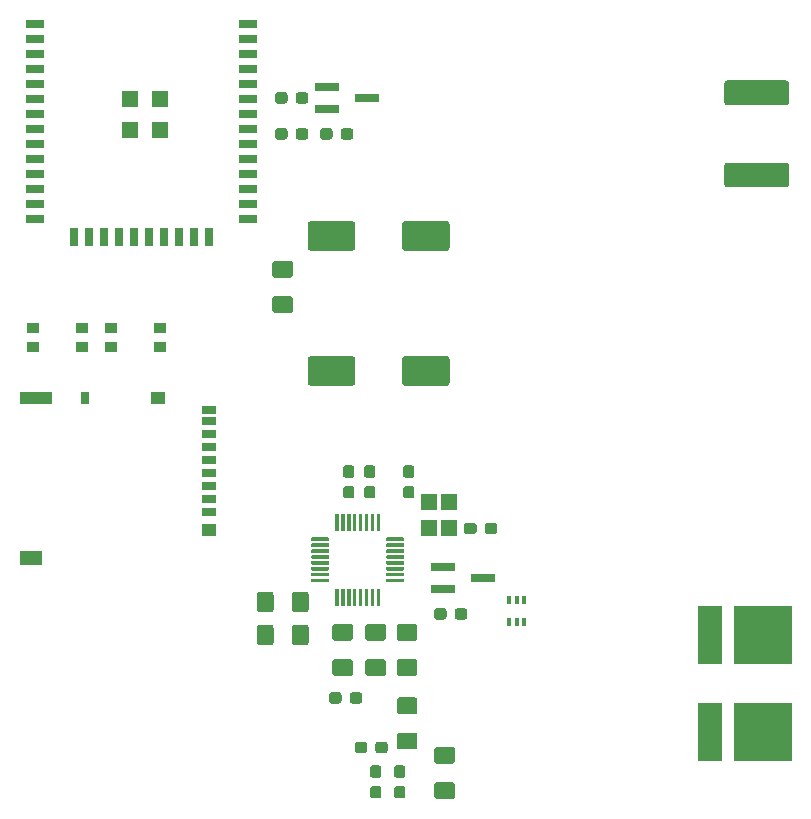
<source format=gbr>
G04 #@! TF.GenerationSoftware,KiCad,Pcbnew,5.0.2-bee76a0~70~ubuntu18.04.1*
G04 #@! TF.CreationDate,2020-04-22T18:31:07+02:00*
G04 #@! TF.ProjectId,Energy_Meter,456e6572-6779-45f4-9d65-7465722e6b69,rev?*
G04 #@! TF.SameCoordinates,Original*
G04 #@! TF.FileFunction,Paste,Top*
G04 #@! TF.FilePolarity,Positive*
%FSLAX46Y46*%
G04 Gerber Fmt 4.6, Leading zero omitted, Abs format (unit mm)*
G04 Created by KiCad (PCBNEW 5.0.2-bee76a0~70~ubuntu18.04.1) date mer. 22 avril 2020 18:31:07 CEST*
%MOMM*%
%LPD*%
G01*
G04 APERTURE LIST*
%ADD10C,0.100000*%
%ADD11C,0.950000*%
%ADD12C,1.425000*%
%ADD13R,2.000000X0.700000*%
%ADD14C,2.100000*%
%ADD15R,1.550000X0.750000*%
%ADD16R,0.750000X1.550000*%
%ADD17R,1.400000X1.400000*%
%ADD18R,2.000000X5.000000*%
%ADD19R,5.000000X5.000000*%
%ADD20C,2.500000*%
%ADD21R,0.400000X0.650000*%
%ADD22R,1.200000X0.700000*%
%ADD23R,1.200000X1.000000*%
%ADD24R,0.800000X1.000000*%
%ADD25R,2.800000X1.000000*%
%ADD26R,1.900000X1.300000*%
%ADD27R,1.000000X0.900000*%
%ADD28C,0.300000*%
G04 APERTURE END LIST*
D10*
G04 #@! TO.C,L1*
G36*
X200984779Y-159927144D02*
X201007834Y-159930563D01*
X201030443Y-159936227D01*
X201052387Y-159944079D01*
X201073457Y-159954044D01*
X201093448Y-159966026D01*
X201112168Y-159979910D01*
X201129438Y-159995562D01*
X201145090Y-160012832D01*
X201158974Y-160031552D01*
X201170956Y-160051543D01*
X201180921Y-160072613D01*
X201188773Y-160094557D01*
X201194437Y-160117166D01*
X201197856Y-160140221D01*
X201199000Y-160163500D01*
X201199000Y-160638500D01*
X201197856Y-160661779D01*
X201194437Y-160684834D01*
X201188773Y-160707443D01*
X201180921Y-160729387D01*
X201170956Y-160750457D01*
X201158974Y-160770448D01*
X201145090Y-160789168D01*
X201129438Y-160806438D01*
X201112168Y-160822090D01*
X201093448Y-160835974D01*
X201073457Y-160847956D01*
X201052387Y-160857921D01*
X201030443Y-160865773D01*
X201007834Y-160871437D01*
X200984779Y-160874856D01*
X200961500Y-160876000D01*
X200386500Y-160876000D01*
X200363221Y-160874856D01*
X200340166Y-160871437D01*
X200317557Y-160865773D01*
X200295613Y-160857921D01*
X200274543Y-160847956D01*
X200254552Y-160835974D01*
X200235832Y-160822090D01*
X200218562Y-160806438D01*
X200202910Y-160789168D01*
X200189026Y-160770448D01*
X200177044Y-160750457D01*
X200167079Y-160729387D01*
X200159227Y-160707443D01*
X200153563Y-160684834D01*
X200150144Y-160661779D01*
X200149000Y-160638500D01*
X200149000Y-160163500D01*
X200150144Y-160140221D01*
X200153563Y-160117166D01*
X200159227Y-160094557D01*
X200167079Y-160072613D01*
X200177044Y-160051543D01*
X200189026Y-160031552D01*
X200202910Y-160012832D01*
X200218562Y-159995562D01*
X200235832Y-159979910D01*
X200254552Y-159966026D01*
X200274543Y-159954044D01*
X200295613Y-159944079D01*
X200317557Y-159936227D01*
X200340166Y-159930563D01*
X200363221Y-159927144D01*
X200386500Y-159926000D01*
X200961500Y-159926000D01*
X200984779Y-159927144D01*
X200984779Y-159927144D01*
G37*
D11*
X200674000Y-160401000D03*
D10*
G36*
X202734779Y-159927144D02*
X202757834Y-159930563D01*
X202780443Y-159936227D01*
X202802387Y-159944079D01*
X202823457Y-159954044D01*
X202843448Y-159966026D01*
X202862168Y-159979910D01*
X202879438Y-159995562D01*
X202895090Y-160012832D01*
X202908974Y-160031552D01*
X202920956Y-160051543D01*
X202930921Y-160072613D01*
X202938773Y-160094557D01*
X202944437Y-160117166D01*
X202947856Y-160140221D01*
X202949000Y-160163500D01*
X202949000Y-160638500D01*
X202947856Y-160661779D01*
X202944437Y-160684834D01*
X202938773Y-160707443D01*
X202930921Y-160729387D01*
X202920956Y-160750457D01*
X202908974Y-160770448D01*
X202895090Y-160789168D01*
X202879438Y-160806438D01*
X202862168Y-160822090D01*
X202843448Y-160835974D01*
X202823457Y-160847956D01*
X202802387Y-160857921D01*
X202780443Y-160865773D01*
X202757834Y-160871437D01*
X202734779Y-160874856D01*
X202711500Y-160876000D01*
X202136500Y-160876000D01*
X202113221Y-160874856D01*
X202090166Y-160871437D01*
X202067557Y-160865773D01*
X202045613Y-160857921D01*
X202024543Y-160847956D01*
X202004552Y-160835974D01*
X201985832Y-160822090D01*
X201968562Y-160806438D01*
X201952910Y-160789168D01*
X201939026Y-160770448D01*
X201927044Y-160750457D01*
X201917079Y-160729387D01*
X201909227Y-160707443D01*
X201903563Y-160684834D01*
X201900144Y-160661779D01*
X201899000Y-160638500D01*
X201899000Y-160163500D01*
X201900144Y-160140221D01*
X201903563Y-160117166D01*
X201909227Y-160094557D01*
X201917079Y-160072613D01*
X201927044Y-160051543D01*
X201939026Y-160031552D01*
X201952910Y-160012832D01*
X201968562Y-159995562D01*
X201985832Y-159979910D01*
X202004552Y-159966026D01*
X202024543Y-159954044D01*
X202045613Y-159944079D01*
X202067557Y-159936227D01*
X202090166Y-159930563D01*
X202113221Y-159927144D01*
X202136500Y-159926000D01*
X202711500Y-159926000D01*
X202734779Y-159927144D01*
X202734779Y-159927144D01*
G37*
D11*
X202424000Y-160401000D03*
G04 #@! TD*
D10*
G04 #@! TO.C,C23*
G36*
X205246504Y-149947204D02*
X205270773Y-149950804D01*
X205294571Y-149956765D01*
X205317671Y-149965030D01*
X205339849Y-149975520D01*
X205360893Y-149988133D01*
X205380598Y-150002747D01*
X205398777Y-150019223D01*
X205415253Y-150037402D01*
X205429867Y-150057107D01*
X205442480Y-150078151D01*
X205452970Y-150100329D01*
X205461235Y-150123429D01*
X205467196Y-150147227D01*
X205470796Y-150171496D01*
X205472000Y-150196000D01*
X205472000Y-151121000D01*
X205470796Y-151145504D01*
X205467196Y-151169773D01*
X205461235Y-151193571D01*
X205452970Y-151216671D01*
X205442480Y-151238849D01*
X205429867Y-151259893D01*
X205415253Y-151279598D01*
X205398777Y-151297777D01*
X205380598Y-151314253D01*
X205360893Y-151328867D01*
X205339849Y-151341480D01*
X205317671Y-151351970D01*
X205294571Y-151360235D01*
X205270773Y-151366196D01*
X205246504Y-151369796D01*
X205222000Y-151371000D01*
X203972000Y-151371000D01*
X203947496Y-151369796D01*
X203923227Y-151366196D01*
X203899429Y-151360235D01*
X203876329Y-151351970D01*
X203854151Y-151341480D01*
X203833107Y-151328867D01*
X203813402Y-151314253D01*
X203795223Y-151297777D01*
X203778747Y-151279598D01*
X203764133Y-151259893D01*
X203751520Y-151238849D01*
X203741030Y-151216671D01*
X203732765Y-151193571D01*
X203726804Y-151169773D01*
X203723204Y-151145504D01*
X203722000Y-151121000D01*
X203722000Y-150196000D01*
X203723204Y-150171496D01*
X203726804Y-150147227D01*
X203732765Y-150123429D01*
X203741030Y-150100329D01*
X203751520Y-150078151D01*
X203764133Y-150057107D01*
X203778747Y-150037402D01*
X203795223Y-150019223D01*
X203813402Y-150002747D01*
X203833107Y-149988133D01*
X203854151Y-149975520D01*
X203876329Y-149965030D01*
X203899429Y-149956765D01*
X203923227Y-149950804D01*
X203947496Y-149947204D01*
X203972000Y-149946000D01*
X205222000Y-149946000D01*
X205246504Y-149947204D01*
X205246504Y-149947204D01*
G37*
D12*
X204597000Y-150658500D03*
D10*
G36*
X205246504Y-152922204D02*
X205270773Y-152925804D01*
X205294571Y-152931765D01*
X205317671Y-152940030D01*
X205339849Y-152950520D01*
X205360893Y-152963133D01*
X205380598Y-152977747D01*
X205398777Y-152994223D01*
X205415253Y-153012402D01*
X205429867Y-153032107D01*
X205442480Y-153053151D01*
X205452970Y-153075329D01*
X205461235Y-153098429D01*
X205467196Y-153122227D01*
X205470796Y-153146496D01*
X205472000Y-153171000D01*
X205472000Y-154096000D01*
X205470796Y-154120504D01*
X205467196Y-154144773D01*
X205461235Y-154168571D01*
X205452970Y-154191671D01*
X205442480Y-154213849D01*
X205429867Y-154234893D01*
X205415253Y-154254598D01*
X205398777Y-154272777D01*
X205380598Y-154289253D01*
X205360893Y-154303867D01*
X205339849Y-154316480D01*
X205317671Y-154326970D01*
X205294571Y-154335235D01*
X205270773Y-154341196D01*
X205246504Y-154344796D01*
X205222000Y-154346000D01*
X203972000Y-154346000D01*
X203947496Y-154344796D01*
X203923227Y-154341196D01*
X203899429Y-154335235D01*
X203876329Y-154326970D01*
X203854151Y-154316480D01*
X203833107Y-154303867D01*
X203813402Y-154289253D01*
X203795223Y-154272777D01*
X203778747Y-154254598D01*
X203764133Y-154234893D01*
X203751520Y-154213849D01*
X203741030Y-154191671D01*
X203732765Y-154168571D01*
X203726804Y-154144773D01*
X203723204Y-154120504D01*
X203722000Y-154096000D01*
X203722000Y-153171000D01*
X203723204Y-153146496D01*
X203726804Y-153122227D01*
X203732765Y-153098429D01*
X203741030Y-153075329D01*
X203751520Y-153053151D01*
X203764133Y-153032107D01*
X203778747Y-153012402D01*
X203795223Y-152994223D01*
X203813402Y-152977747D01*
X203833107Y-152963133D01*
X203854151Y-152950520D01*
X203876329Y-152940030D01*
X203899429Y-152931765D01*
X203923227Y-152925804D01*
X203947496Y-152922204D01*
X203972000Y-152921000D01*
X205222000Y-152921000D01*
X205246504Y-152922204D01*
X205246504Y-152922204D01*
G37*
D12*
X204597000Y-153633500D03*
G04 #@! TD*
D13*
G04 #@! TO.C,Q3*
X201217000Y-105410000D03*
X197817000Y-106360000D03*
X197817000Y-104460000D03*
G04 #@! TD*
G04 #@! TO.C,Q2*
X207596000Y-145100000D03*
X207596000Y-147000000D03*
X210996000Y-146050000D03*
G04 #@! TD*
D10*
G04 #@! TO.C,C1*
G36*
X208421504Y-160361204D02*
X208445773Y-160364804D01*
X208469571Y-160370765D01*
X208492671Y-160379030D01*
X208514849Y-160389520D01*
X208535893Y-160402133D01*
X208555598Y-160416747D01*
X208573777Y-160433223D01*
X208590253Y-160451402D01*
X208604867Y-160471107D01*
X208617480Y-160492151D01*
X208627970Y-160514329D01*
X208636235Y-160537429D01*
X208642196Y-160561227D01*
X208645796Y-160585496D01*
X208647000Y-160610000D01*
X208647000Y-161535000D01*
X208645796Y-161559504D01*
X208642196Y-161583773D01*
X208636235Y-161607571D01*
X208627970Y-161630671D01*
X208617480Y-161652849D01*
X208604867Y-161673893D01*
X208590253Y-161693598D01*
X208573777Y-161711777D01*
X208555598Y-161728253D01*
X208535893Y-161742867D01*
X208514849Y-161755480D01*
X208492671Y-161765970D01*
X208469571Y-161774235D01*
X208445773Y-161780196D01*
X208421504Y-161783796D01*
X208397000Y-161785000D01*
X207147000Y-161785000D01*
X207122496Y-161783796D01*
X207098227Y-161780196D01*
X207074429Y-161774235D01*
X207051329Y-161765970D01*
X207029151Y-161755480D01*
X207008107Y-161742867D01*
X206988402Y-161728253D01*
X206970223Y-161711777D01*
X206953747Y-161693598D01*
X206939133Y-161673893D01*
X206926520Y-161652849D01*
X206916030Y-161630671D01*
X206907765Y-161607571D01*
X206901804Y-161583773D01*
X206898204Y-161559504D01*
X206897000Y-161535000D01*
X206897000Y-160610000D01*
X206898204Y-160585496D01*
X206901804Y-160561227D01*
X206907765Y-160537429D01*
X206916030Y-160514329D01*
X206926520Y-160492151D01*
X206939133Y-160471107D01*
X206953747Y-160451402D01*
X206970223Y-160433223D01*
X206988402Y-160416747D01*
X207008107Y-160402133D01*
X207029151Y-160389520D01*
X207051329Y-160379030D01*
X207074429Y-160370765D01*
X207098227Y-160364804D01*
X207122496Y-160361204D01*
X207147000Y-160360000D01*
X208397000Y-160360000D01*
X208421504Y-160361204D01*
X208421504Y-160361204D01*
G37*
D12*
X207772000Y-161072500D03*
D10*
G36*
X208421504Y-163336204D02*
X208445773Y-163339804D01*
X208469571Y-163345765D01*
X208492671Y-163354030D01*
X208514849Y-163364520D01*
X208535893Y-163377133D01*
X208555598Y-163391747D01*
X208573777Y-163408223D01*
X208590253Y-163426402D01*
X208604867Y-163446107D01*
X208617480Y-163467151D01*
X208627970Y-163489329D01*
X208636235Y-163512429D01*
X208642196Y-163536227D01*
X208645796Y-163560496D01*
X208647000Y-163585000D01*
X208647000Y-164510000D01*
X208645796Y-164534504D01*
X208642196Y-164558773D01*
X208636235Y-164582571D01*
X208627970Y-164605671D01*
X208617480Y-164627849D01*
X208604867Y-164648893D01*
X208590253Y-164668598D01*
X208573777Y-164686777D01*
X208555598Y-164703253D01*
X208535893Y-164717867D01*
X208514849Y-164730480D01*
X208492671Y-164740970D01*
X208469571Y-164749235D01*
X208445773Y-164755196D01*
X208421504Y-164758796D01*
X208397000Y-164760000D01*
X207147000Y-164760000D01*
X207122496Y-164758796D01*
X207098227Y-164755196D01*
X207074429Y-164749235D01*
X207051329Y-164740970D01*
X207029151Y-164730480D01*
X207008107Y-164717867D01*
X206988402Y-164703253D01*
X206970223Y-164686777D01*
X206953747Y-164668598D01*
X206939133Y-164648893D01*
X206926520Y-164627849D01*
X206916030Y-164605671D01*
X206907765Y-164582571D01*
X206901804Y-164558773D01*
X206898204Y-164534504D01*
X206897000Y-164510000D01*
X206897000Y-163585000D01*
X206898204Y-163560496D01*
X206901804Y-163536227D01*
X206907765Y-163512429D01*
X206916030Y-163489329D01*
X206926520Y-163467151D01*
X206939133Y-163446107D01*
X206953747Y-163426402D01*
X206970223Y-163408223D01*
X206988402Y-163391747D01*
X207008107Y-163377133D01*
X207029151Y-163364520D01*
X207051329Y-163354030D01*
X207074429Y-163345765D01*
X207098227Y-163339804D01*
X207122496Y-163336204D01*
X207147000Y-163335000D01*
X208397000Y-163335000D01*
X208421504Y-163336204D01*
X208421504Y-163336204D01*
G37*
D12*
X207772000Y-164047500D03*
G04 #@! TD*
D10*
G04 #@! TO.C,F1*
G36*
X236687504Y-103934204D02*
X236711773Y-103937804D01*
X236735571Y-103943765D01*
X236758671Y-103952030D01*
X236780849Y-103962520D01*
X236801893Y-103975133D01*
X236821598Y-103989747D01*
X236839777Y-104006223D01*
X236856253Y-104024402D01*
X236870867Y-104044107D01*
X236883480Y-104065151D01*
X236893970Y-104087329D01*
X236902235Y-104110429D01*
X236908196Y-104134227D01*
X236911796Y-104158496D01*
X236913000Y-104183000D01*
X236913000Y-105783000D01*
X236911796Y-105807504D01*
X236908196Y-105831773D01*
X236902235Y-105855571D01*
X236893970Y-105878671D01*
X236883480Y-105900849D01*
X236870867Y-105921893D01*
X236856253Y-105941598D01*
X236839777Y-105959777D01*
X236821598Y-105976253D01*
X236801893Y-105990867D01*
X236780849Y-106003480D01*
X236758671Y-106013970D01*
X236735571Y-106022235D01*
X236711773Y-106028196D01*
X236687504Y-106031796D01*
X236663000Y-106033000D01*
X231713000Y-106033000D01*
X231688496Y-106031796D01*
X231664227Y-106028196D01*
X231640429Y-106022235D01*
X231617329Y-106013970D01*
X231595151Y-106003480D01*
X231574107Y-105990867D01*
X231554402Y-105976253D01*
X231536223Y-105959777D01*
X231519747Y-105941598D01*
X231505133Y-105921893D01*
X231492520Y-105900849D01*
X231482030Y-105878671D01*
X231473765Y-105855571D01*
X231467804Y-105831773D01*
X231464204Y-105807504D01*
X231463000Y-105783000D01*
X231463000Y-104183000D01*
X231464204Y-104158496D01*
X231467804Y-104134227D01*
X231473765Y-104110429D01*
X231482030Y-104087329D01*
X231492520Y-104065151D01*
X231505133Y-104044107D01*
X231519747Y-104024402D01*
X231536223Y-104006223D01*
X231554402Y-103989747D01*
X231574107Y-103975133D01*
X231595151Y-103962520D01*
X231617329Y-103952030D01*
X231640429Y-103943765D01*
X231664227Y-103937804D01*
X231688496Y-103934204D01*
X231713000Y-103933000D01*
X236663000Y-103933000D01*
X236687504Y-103934204D01*
X236687504Y-103934204D01*
G37*
D14*
X234188000Y-104983000D03*
D10*
G36*
X236687504Y-110884204D02*
X236711773Y-110887804D01*
X236735571Y-110893765D01*
X236758671Y-110902030D01*
X236780849Y-110912520D01*
X236801893Y-110925133D01*
X236821598Y-110939747D01*
X236839777Y-110956223D01*
X236856253Y-110974402D01*
X236870867Y-110994107D01*
X236883480Y-111015151D01*
X236893970Y-111037329D01*
X236902235Y-111060429D01*
X236908196Y-111084227D01*
X236911796Y-111108496D01*
X236913000Y-111133000D01*
X236913000Y-112733000D01*
X236911796Y-112757504D01*
X236908196Y-112781773D01*
X236902235Y-112805571D01*
X236893970Y-112828671D01*
X236883480Y-112850849D01*
X236870867Y-112871893D01*
X236856253Y-112891598D01*
X236839777Y-112909777D01*
X236821598Y-112926253D01*
X236801893Y-112940867D01*
X236780849Y-112953480D01*
X236758671Y-112963970D01*
X236735571Y-112972235D01*
X236711773Y-112978196D01*
X236687504Y-112981796D01*
X236663000Y-112983000D01*
X231713000Y-112983000D01*
X231688496Y-112981796D01*
X231664227Y-112978196D01*
X231640429Y-112972235D01*
X231617329Y-112963970D01*
X231595151Y-112953480D01*
X231574107Y-112940867D01*
X231554402Y-112926253D01*
X231536223Y-112909777D01*
X231519747Y-112891598D01*
X231505133Y-112871893D01*
X231492520Y-112850849D01*
X231482030Y-112828671D01*
X231473765Y-112805571D01*
X231467804Y-112781773D01*
X231464204Y-112757504D01*
X231463000Y-112733000D01*
X231463000Y-111133000D01*
X231464204Y-111108496D01*
X231467804Y-111084227D01*
X231473765Y-111060429D01*
X231482030Y-111037329D01*
X231492520Y-111015151D01*
X231505133Y-110994107D01*
X231519747Y-110974402D01*
X231536223Y-110956223D01*
X231554402Y-110939747D01*
X231574107Y-110925133D01*
X231595151Y-110912520D01*
X231617329Y-110902030D01*
X231640429Y-110893765D01*
X231664227Y-110887804D01*
X231688496Y-110884204D01*
X231713000Y-110883000D01*
X236663000Y-110883000D01*
X236687504Y-110884204D01*
X236687504Y-110884204D01*
G37*
D14*
X234188000Y-111933000D03*
G04 #@! TD*
D15*
G04 #@! TO.C,U3*
X191118000Y-99184000D03*
X191118000Y-100454000D03*
X191118000Y-101724000D03*
X191118000Y-102994000D03*
X191118000Y-104264000D03*
X191118000Y-105534000D03*
X191118000Y-106804000D03*
X191118000Y-108074000D03*
X191118000Y-109344000D03*
X191118000Y-110614000D03*
X191118000Y-111884000D03*
X191118000Y-113154000D03*
X191118000Y-114424000D03*
X191118000Y-115694000D03*
D16*
X187848000Y-117144000D03*
X186578000Y-117144000D03*
X185308000Y-117144000D03*
X184038000Y-117144000D03*
X182768000Y-117144000D03*
X181498000Y-117144000D03*
X180228000Y-117144000D03*
X178958000Y-117144000D03*
X177688000Y-117144000D03*
X176418000Y-117144000D03*
D15*
X173118000Y-115654000D03*
X173118000Y-114384000D03*
X173118000Y-113114000D03*
X173118000Y-111844000D03*
X173118000Y-110574000D03*
X173118000Y-109304000D03*
X173118000Y-108034000D03*
X173118000Y-106764000D03*
X173118000Y-105494000D03*
X173118000Y-104224000D03*
X173118000Y-102954000D03*
X173118000Y-101684000D03*
X173118000Y-100414000D03*
X173118000Y-99144000D03*
D17*
X181119000Y-105460000D03*
X183659000Y-105460000D03*
X181144400Y-108127000D03*
X183684400Y-108127000D03*
G04 #@! TD*
D18*
G04 #@! TO.C,R41*
X230251000Y-159131000D03*
X230251000Y-150876000D03*
D19*
X234696000Y-159131000D03*
X234696000Y-150876000D03*
G04 #@! TD*
D10*
G04 #@! TO.C,C6*
G36*
X205246504Y-159145204D02*
X205270773Y-159148804D01*
X205294571Y-159154765D01*
X205317671Y-159163030D01*
X205339849Y-159173520D01*
X205360893Y-159186133D01*
X205380598Y-159200747D01*
X205398777Y-159217223D01*
X205415253Y-159235402D01*
X205429867Y-159255107D01*
X205442480Y-159276151D01*
X205452970Y-159298329D01*
X205461235Y-159321429D01*
X205467196Y-159345227D01*
X205470796Y-159369496D01*
X205472000Y-159394000D01*
X205472000Y-160319000D01*
X205470796Y-160343504D01*
X205467196Y-160367773D01*
X205461235Y-160391571D01*
X205452970Y-160414671D01*
X205442480Y-160436849D01*
X205429867Y-160457893D01*
X205415253Y-160477598D01*
X205398777Y-160495777D01*
X205380598Y-160512253D01*
X205360893Y-160526867D01*
X205339849Y-160539480D01*
X205317671Y-160549970D01*
X205294571Y-160558235D01*
X205270773Y-160564196D01*
X205246504Y-160567796D01*
X205222000Y-160569000D01*
X203972000Y-160569000D01*
X203947496Y-160567796D01*
X203923227Y-160564196D01*
X203899429Y-160558235D01*
X203876329Y-160549970D01*
X203854151Y-160539480D01*
X203833107Y-160526867D01*
X203813402Y-160512253D01*
X203795223Y-160495777D01*
X203778747Y-160477598D01*
X203764133Y-160457893D01*
X203751520Y-160436849D01*
X203741030Y-160414671D01*
X203732765Y-160391571D01*
X203726804Y-160367773D01*
X203723204Y-160343504D01*
X203722000Y-160319000D01*
X203722000Y-159394000D01*
X203723204Y-159369496D01*
X203726804Y-159345227D01*
X203732765Y-159321429D01*
X203741030Y-159298329D01*
X203751520Y-159276151D01*
X203764133Y-159255107D01*
X203778747Y-159235402D01*
X203795223Y-159217223D01*
X203813402Y-159200747D01*
X203833107Y-159186133D01*
X203854151Y-159173520D01*
X203876329Y-159163030D01*
X203899429Y-159154765D01*
X203923227Y-159148804D01*
X203947496Y-159145204D01*
X203972000Y-159144000D01*
X205222000Y-159144000D01*
X205246504Y-159145204D01*
X205246504Y-159145204D01*
G37*
D12*
X204597000Y-159856500D03*
D10*
G36*
X205246504Y-156170204D02*
X205270773Y-156173804D01*
X205294571Y-156179765D01*
X205317671Y-156188030D01*
X205339849Y-156198520D01*
X205360893Y-156211133D01*
X205380598Y-156225747D01*
X205398777Y-156242223D01*
X205415253Y-156260402D01*
X205429867Y-156280107D01*
X205442480Y-156301151D01*
X205452970Y-156323329D01*
X205461235Y-156346429D01*
X205467196Y-156370227D01*
X205470796Y-156394496D01*
X205472000Y-156419000D01*
X205472000Y-157344000D01*
X205470796Y-157368504D01*
X205467196Y-157392773D01*
X205461235Y-157416571D01*
X205452970Y-157439671D01*
X205442480Y-157461849D01*
X205429867Y-157482893D01*
X205415253Y-157502598D01*
X205398777Y-157520777D01*
X205380598Y-157537253D01*
X205360893Y-157551867D01*
X205339849Y-157564480D01*
X205317671Y-157574970D01*
X205294571Y-157583235D01*
X205270773Y-157589196D01*
X205246504Y-157592796D01*
X205222000Y-157594000D01*
X203972000Y-157594000D01*
X203947496Y-157592796D01*
X203923227Y-157589196D01*
X203899429Y-157583235D01*
X203876329Y-157574970D01*
X203854151Y-157564480D01*
X203833107Y-157551867D01*
X203813402Y-157537253D01*
X203795223Y-157520777D01*
X203778747Y-157502598D01*
X203764133Y-157482893D01*
X203751520Y-157461849D01*
X203741030Y-157439671D01*
X203732765Y-157416571D01*
X203726804Y-157392773D01*
X203723204Y-157368504D01*
X203722000Y-157344000D01*
X203722000Y-156419000D01*
X203723204Y-156394496D01*
X203726804Y-156370227D01*
X203732765Y-156346429D01*
X203741030Y-156323329D01*
X203751520Y-156301151D01*
X203764133Y-156280107D01*
X203778747Y-156260402D01*
X203795223Y-156242223D01*
X203813402Y-156225747D01*
X203833107Y-156211133D01*
X203854151Y-156198520D01*
X203876329Y-156188030D01*
X203899429Y-156179765D01*
X203923227Y-156173804D01*
X203947496Y-156170204D01*
X203972000Y-156169000D01*
X205222000Y-156169000D01*
X205246504Y-156170204D01*
X205246504Y-156170204D01*
G37*
D12*
X204597000Y-156881500D03*
G04 #@! TD*
D10*
G04 #@! TO.C,C7*
G36*
X196030504Y-147208204D02*
X196054773Y-147211804D01*
X196078571Y-147217765D01*
X196101671Y-147226030D01*
X196123849Y-147236520D01*
X196144893Y-147249133D01*
X196164598Y-147263747D01*
X196182777Y-147280223D01*
X196199253Y-147298402D01*
X196213867Y-147318107D01*
X196226480Y-147339151D01*
X196236970Y-147361329D01*
X196245235Y-147384429D01*
X196251196Y-147408227D01*
X196254796Y-147432496D01*
X196256000Y-147457000D01*
X196256000Y-148707000D01*
X196254796Y-148731504D01*
X196251196Y-148755773D01*
X196245235Y-148779571D01*
X196236970Y-148802671D01*
X196226480Y-148824849D01*
X196213867Y-148845893D01*
X196199253Y-148865598D01*
X196182777Y-148883777D01*
X196164598Y-148900253D01*
X196144893Y-148914867D01*
X196123849Y-148927480D01*
X196101671Y-148937970D01*
X196078571Y-148946235D01*
X196054773Y-148952196D01*
X196030504Y-148955796D01*
X196006000Y-148957000D01*
X195081000Y-148957000D01*
X195056496Y-148955796D01*
X195032227Y-148952196D01*
X195008429Y-148946235D01*
X194985329Y-148937970D01*
X194963151Y-148927480D01*
X194942107Y-148914867D01*
X194922402Y-148900253D01*
X194904223Y-148883777D01*
X194887747Y-148865598D01*
X194873133Y-148845893D01*
X194860520Y-148824849D01*
X194850030Y-148802671D01*
X194841765Y-148779571D01*
X194835804Y-148755773D01*
X194832204Y-148731504D01*
X194831000Y-148707000D01*
X194831000Y-147457000D01*
X194832204Y-147432496D01*
X194835804Y-147408227D01*
X194841765Y-147384429D01*
X194850030Y-147361329D01*
X194860520Y-147339151D01*
X194873133Y-147318107D01*
X194887747Y-147298402D01*
X194904223Y-147280223D01*
X194922402Y-147263747D01*
X194942107Y-147249133D01*
X194963151Y-147236520D01*
X194985329Y-147226030D01*
X195008429Y-147217765D01*
X195032227Y-147211804D01*
X195056496Y-147208204D01*
X195081000Y-147207000D01*
X196006000Y-147207000D01*
X196030504Y-147208204D01*
X196030504Y-147208204D01*
G37*
D12*
X195543500Y-148082000D03*
D10*
G36*
X193055504Y-147208204D02*
X193079773Y-147211804D01*
X193103571Y-147217765D01*
X193126671Y-147226030D01*
X193148849Y-147236520D01*
X193169893Y-147249133D01*
X193189598Y-147263747D01*
X193207777Y-147280223D01*
X193224253Y-147298402D01*
X193238867Y-147318107D01*
X193251480Y-147339151D01*
X193261970Y-147361329D01*
X193270235Y-147384429D01*
X193276196Y-147408227D01*
X193279796Y-147432496D01*
X193281000Y-147457000D01*
X193281000Y-148707000D01*
X193279796Y-148731504D01*
X193276196Y-148755773D01*
X193270235Y-148779571D01*
X193261970Y-148802671D01*
X193251480Y-148824849D01*
X193238867Y-148845893D01*
X193224253Y-148865598D01*
X193207777Y-148883777D01*
X193189598Y-148900253D01*
X193169893Y-148914867D01*
X193148849Y-148927480D01*
X193126671Y-148937970D01*
X193103571Y-148946235D01*
X193079773Y-148952196D01*
X193055504Y-148955796D01*
X193031000Y-148957000D01*
X192106000Y-148957000D01*
X192081496Y-148955796D01*
X192057227Y-148952196D01*
X192033429Y-148946235D01*
X192010329Y-148937970D01*
X191988151Y-148927480D01*
X191967107Y-148914867D01*
X191947402Y-148900253D01*
X191929223Y-148883777D01*
X191912747Y-148865598D01*
X191898133Y-148845893D01*
X191885520Y-148824849D01*
X191875030Y-148802671D01*
X191866765Y-148779571D01*
X191860804Y-148755773D01*
X191857204Y-148731504D01*
X191856000Y-148707000D01*
X191856000Y-147457000D01*
X191857204Y-147432496D01*
X191860804Y-147408227D01*
X191866765Y-147384429D01*
X191875030Y-147361329D01*
X191885520Y-147339151D01*
X191898133Y-147318107D01*
X191912747Y-147298402D01*
X191929223Y-147280223D01*
X191947402Y-147263747D01*
X191967107Y-147249133D01*
X191988151Y-147236520D01*
X192010329Y-147226030D01*
X192033429Y-147217765D01*
X192057227Y-147211804D01*
X192081496Y-147208204D01*
X192106000Y-147207000D01*
X193031000Y-147207000D01*
X193055504Y-147208204D01*
X193055504Y-147208204D01*
G37*
D12*
X192568500Y-148082000D03*
G04 #@! TD*
D10*
G04 #@! TO.C,C8*
G36*
X196030504Y-150002204D02*
X196054773Y-150005804D01*
X196078571Y-150011765D01*
X196101671Y-150020030D01*
X196123849Y-150030520D01*
X196144893Y-150043133D01*
X196164598Y-150057747D01*
X196182777Y-150074223D01*
X196199253Y-150092402D01*
X196213867Y-150112107D01*
X196226480Y-150133151D01*
X196236970Y-150155329D01*
X196245235Y-150178429D01*
X196251196Y-150202227D01*
X196254796Y-150226496D01*
X196256000Y-150251000D01*
X196256000Y-151501000D01*
X196254796Y-151525504D01*
X196251196Y-151549773D01*
X196245235Y-151573571D01*
X196236970Y-151596671D01*
X196226480Y-151618849D01*
X196213867Y-151639893D01*
X196199253Y-151659598D01*
X196182777Y-151677777D01*
X196164598Y-151694253D01*
X196144893Y-151708867D01*
X196123849Y-151721480D01*
X196101671Y-151731970D01*
X196078571Y-151740235D01*
X196054773Y-151746196D01*
X196030504Y-151749796D01*
X196006000Y-151751000D01*
X195081000Y-151751000D01*
X195056496Y-151749796D01*
X195032227Y-151746196D01*
X195008429Y-151740235D01*
X194985329Y-151731970D01*
X194963151Y-151721480D01*
X194942107Y-151708867D01*
X194922402Y-151694253D01*
X194904223Y-151677777D01*
X194887747Y-151659598D01*
X194873133Y-151639893D01*
X194860520Y-151618849D01*
X194850030Y-151596671D01*
X194841765Y-151573571D01*
X194835804Y-151549773D01*
X194832204Y-151525504D01*
X194831000Y-151501000D01*
X194831000Y-150251000D01*
X194832204Y-150226496D01*
X194835804Y-150202227D01*
X194841765Y-150178429D01*
X194850030Y-150155329D01*
X194860520Y-150133151D01*
X194873133Y-150112107D01*
X194887747Y-150092402D01*
X194904223Y-150074223D01*
X194922402Y-150057747D01*
X194942107Y-150043133D01*
X194963151Y-150030520D01*
X194985329Y-150020030D01*
X195008429Y-150011765D01*
X195032227Y-150005804D01*
X195056496Y-150002204D01*
X195081000Y-150001000D01*
X196006000Y-150001000D01*
X196030504Y-150002204D01*
X196030504Y-150002204D01*
G37*
D12*
X195543500Y-150876000D03*
D10*
G36*
X193055504Y-150002204D02*
X193079773Y-150005804D01*
X193103571Y-150011765D01*
X193126671Y-150020030D01*
X193148849Y-150030520D01*
X193169893Y-150043133D01*
X193189598Y-150057747D01*
X193207777Y-150074223D01*
X193224253Y-150092402D01*
X193238867Y-150112107D01*
X193251480Y-150133151D01*
X193261970Y-150155329D01*
X193270235Y-150178429D01*
X193276196Y-150202227D01*
X193279796Y-150226496D01*
X193281000Y-150251000D01*
X193281000Y-151501000D01*
X193279796Y-151525504D01*
X193276196Y-151549773D01*
X193270235Y-151573571D01*
X193261970Y-151596671D01*
X193251480Y-151618849D01*
X193238867Y-151639893D01*
X193224253Y-151659598D01*
X193207777Y-151677777D01*
X193189598Y-151694253D01*
X193169893Y-151708867D01*
X193148849Y-151721480D01*
X193126671Y-151731970D01*
X193103571Y-151740235D01*
X193079773Y-151746196D01*
X193055504Y-151749796D01*
X193031000Y-151751000D01*
X192106000Y-151751000D01*
X192081496Y-151749796D01*
X192057227Y-151746196D01*
X192033429Y-151740235D01*
X192010329Y-151731970D01*
X191988151Y-151721480D01*
X191967107Y-151708867D01*
X191947402Y-151694253D01*
X191929223Y-151677777D01*
X191912747Y-151659598D01*
X191898133Y-151639893D01*
X191885520Y-151618849D01*
X191875030Y-151596671D01*
X191866765Y-151573571D01*
X191860804Y-151549773D01*
X191857204Y-151525504D01*
X191856000Y-151501000D01*
X191856000Y-150251000D01*
X191857204Y-150226496D01*
X191860804Y-150202227D01*
X191866765Y-150178429D01*
X191875030Y-150155329D01*
X191885520Y-150133151D01*
X191898133Y-150112107D01*
X191912747Y-150092402D01*
X191929223Y-150074223D01*
X191947402Y-150057747D01*
X191967107Y-150043133D01*
X191988151Y-150030520D01*
X192010329Y-150020030D01*
X192033429Y-150011765D01*
X192057227Y-150005804D01*
X192081496Y-150002204D01*
X192106000Y-150001000D01*
X193031000Y-150001000D01*
X193055504Y-150002204D01*
X193055504Y-150002204D01*
G37*
D12*
X192568500Y-150876000D03*
G04 #@! TD*
D10*
G04 #@! TO.C,C9*
G36*
X199785504Y-149947204D02*
X199809773Y-149950804D01*
X199833571Y-149956765D01*
X199856671Y-149965030D01*
X199878849Y-149975520D01*
X199899893Y-149988133D01*
X199919598Y-150002747D01*
X199937777Y-150019223D01*
X199954253Y-150037402D01*
X199968867Y-150057107D01*
X199981480Y-150078151D01*
X199991970Y-150100329D01*
X200000235Y-150123429D01*
X200006196Y-150147227D01*
X200009796Y-150171496D01*
X200011000Y-150196000D01*
X200011000Y-151121000D01*
X200009796Y-151145504D01*
X200006196Y-151169773D01*
X200000235Y-151193571D01*
X199991970Y-151216671D01*
X199981480Y-151238849D01*
X199968867Y-151259893D01*
X199954253Y-151279598D01*
X199937777Y-151297777D01*
X199919598Y-151314253D01*
X199899893Y-151328867D01*
X199878849Y-151341480D01*
X199856671Y-151351970D01*
X199833571Y-151360235D01*
X199809773Y-151366196D01*
X199785504Y-151369796D01*
X199761000Y-151371000D01*
X198511000Y-151371000D01*
X198486496Y-151369796D01*
X198462227Y-151366196D01*
X198438429Y-151360235D01*
X198415329Y-151351970D01*
X198393151Y-151341480D01*
X198372107Y-151328867D01*
X198352402Y-151314253D01*
X198334223Y-151297777D01*
X198317747Y-151279598D01*
X198303133Y-151259893D01*
X198290520Y-151238849D01*
X198280030Y-151216671D01*
X198271765Y-151193571D01*
X198265804Y-151169773D01*
X198262204Y-151145504D01*
X198261000Y-151121000D01*
X198261000Y-150196000D01*
X198262204Y-150171496D01*
X198265804Y-150147227D01*
X198271765Y-150123429D01*
X198280030Y-150100329D01*
X198290520Y-150078151D01*
X198303133Y-150057107D01*
X198317747Y-150037402D01*
X198334223Y-150019223D01*
X198352402Y-150002747D01*
X198372107Y-149988133D01*
X198393151Y-149975520D01*
X198415329Y-149965030D01*
X198438429Y-149956765D01*
X198462227Y-149950804D01*
X198486496Y-149947204D01*
X198511000Y-149946000D01*
X199761000Y-149946000D01*
X199785504Y-149947204D01*
X199785504Y-149947204D01*
G37*
D12*
X199136000Y-150658500D03*
D10*
G36*
X199785504Y-152922204D02*
X199809773Y-152925804D01*
X199833571Y-152931765D01*
X199856671Y-152940030D01*
X199878849Y-152950520D01*
X199899893Y-152963133D01*
X199919598Y-152977747D01*
X199937777Y-152994223D01*
X199954253Y-153012402D01*
X199968867Y-153032107D01*
X199981480Y-153053151D01*
X199991970Y-153075329D01*
X200000235Y-153098429D01*
X200006196Y-153122227D01*
X200009796Y-153146496D01*
X200011000Y-153171000D01*
X200011000Y-154096000D01*
X200009796Y-154120504D01*
X200006196Y-154144773D01*
X200000235Y-154168571D01*
X199991970Y-154191671D01*
X199981480Y-154213849D01*
X199968867Y-154234893D01*
X199954253Y-154254598D01*
X199937777Y-154272777D01*
X199919598Y-154289253D01*
X199899893Y-154303867D01*
X199878849Y-154316480D01*
X199856671Y-154326970D01*
X199833571Y-154335235D01*
X199809773Y-154341196D01*
X199785504Y-154344796D01*
X199761000Y-154346000D01*
X198511000Y-154346000D01*
X198486496Y-154344796D01*
X198462227Y-154341196D01*
X198438429Y-154335235D01*
X198415329Y-154326970D01*
X198393151Y-154316480D01*
X198372107Y-154303867D01*
X198352402Y-154289253D01*
X198334223Y-154272777D01*
X198317747Y-154254598D01*
X198303133Y-154234893D01*
X198290520Y-154213849D01*
X198280030Y-154191671D01*
X198271765Y-154168571D01*
X198265804Y-154144773D01*
X198262204Y-154120504D01*
X198261000Y-154096000D01*
X198261000Y-153171000D01*
X198262204Y-153146496D01*
X198265804Y-153122227D01*
X198271765Y-153098429D01*
X198280030Y-153075329D01*
X198290520Y-153053151D01*
X198303133Y-153032107D01*
X198317747Y-153012402D01*
X198334223Y-152994223D01*
X198352402Y-152977747D01*
X198372107Y-152963133D01*
X198393151Y-152950520D01*
X198415329Y-152940030D01*
X198438429Y-152931765D01*
X198462227Y-152925804D01*
X198486496Y-152922204D01*
X198511000Y-152921000D01*
X199761000Y-152921000D01*
X199785504Y-152922204D01*
X199785504Y-152922204D01*
G37*
D12*
X199136000Y-153633500D03*
G04 #@! TD*
D10*
G04 #@! TO.C,C11*
G36*
X202579504Y-152922204D02*
X202603773Y-152925804D01*
X202627571Y-152931765D01*
X202650671Y-152940030D01*
X202672849Y-152950520D01*
X202693893Y-152963133D01*
X202713598Y-152977747D01*
X202731777Y-152994223D01*
X202748253Y-153012402D01*
X202762867Y-153032107D01*
X202775480Y-153053151D01*
X202785970Y-153075329D01*
X202794235Y-153098429D01*
X202800196Y-153122227D01*
X202803796Y-153146496D01*
X202805000Y-153171000D01*
X202805000Y-154096000D01*
X202803796Y-154120504D01*
X202800196Y-154144773D01*
X202794235Y-154168571D01*
X202785970Y-154191671D01*
X202775480Y-154213849D01*
X202762867Y-154234893D01*
X202748253Y-154254598D01*
X202731777Y-154272777D01*
X202713598Y-154289253D01*
X202693893Y-154303867D01*
X202672849Y-154316480D01*
X202650671Y-154326970D01*
X202627571Y-154335235D01*
X202603773Y-154341196D01*
X202579504Y-154344796D01*
X202555000Y-154346000D01*
X201305000Y-154346000D01*
X201280496Y-154344796D01*
X201256227Y-154341196D01*
X201232429Y-154335235D01*
X201209329Y-154326970D01*
X201187151Y-154316480D01*
X201166107Y-154303867D01*
X201146402Y-154289253D01*
X201128223Y-154272777D01*
X201111747Y-154254598D01*
X201097133Y-154234893D01*
X201084520Y-154213849D01*
X201074030Y-154191671D01*
X201065765Y-154168571D01*
X201059804Y-154144773D01*
X201056204Y-154120504D01*
X201055000Y-154096000D01*
X201055000Y-153171000D01*
X201056204Y-153146496D01*
X201059804Y-153122227D01*
X201065765Y-153098429D01*
X201074030Y-153075329D01*
X201084520Y-153053151D01*
X201097133Y-153032107D01*
X201111747Y-153012402D01*
X201128223Y-152994223D01*
X201146402Y-152977747D01*
X201166107Y-152963133D01*
X201187151Y-152950520D01*
X201209329Y-152940030D01*
X201232429Y-152931765D01*
X201256227Y-152925804D01*
X201280496Y-152922204D01*
X201305000Y-152921000D01*
X202555000Y-152921000D01*
X202579504Y-152922204D01*
X202579504Y-152922204D01*
G37*
D12*
X201930000Y-153633500D03*
D10*
G36*
X202579504Y-149947204D02*
X202603773Y-149950804D01*
X202627571Y-149956765D01*
X202650671Y-149965030D01*
X202672849Y-149975520D01*
X202693893Y-149988133D01*
X202713598Y-150002747D01*
X202731777Y-150019223D01*
X202748253Y-150037402D01*
X202762867Y-150057107D01*
X202775480Y-150078151D01*
X202785970Y-150100329D01*
X202794235Y-150123429D01*
X202800196Y-150147227D01*
X202803796Y-150171496D01*
X202805000Y-150196000D01*
X202805000Y-151121000D01*
X202803796Y-151145504D01*
X202800196Y-151169773D01*
X202794235Y-151193571D01*
X202785970Y-151216671D01*
X202775480Y-151238849D01*
X202762867Y-151259893D01*
X202748253Y-151279598D01*
X202731777Y-151297777D01*
X202713598Y-151314253D01*
X202693893Y-151328867D01*
X202672849Y-151341480D01*
X202650671Y-151351970D01*
X202627571Y-151360235D01*
X202603773Y-151366196D01*
X202579504Y-151369796D01*
X202555000Y-151371000D01*
X201305000Y-151371000D01*
X201280496Y-151369796D01*
X201256227Y-151366196D01*
X201232429Y-151360235D01*
X201209329Y-151351970D01*
X201187151Y-151341480D01*
X201166107Y-151328867D01*
X201146402Y-151314253D01*
X201128223Y-151297777D01*
X201111747Y-151279598D01*
X201097133Y-151259893D01*
X201084520Y-151238849D01*
X201074030Y-151216671D01*
X201065765Y-151193571D01*
X201059804Y-151169773D01*
X201056204Y-151145504D01*
X201055000Y-151121000D01*
X201055000Y-150196000D01*
X201056204Y-150171496D01*
X201059804Y-150147227D01*
X201065765Y-150123429D01*
X201074030Y-150100329D01*
X201084520Y-150078151D01*
X201097133Y-150057107D01*
X201111747Y-150037402D01*
X201128223Y-150019223D01*
X201146402Y-150002747D01*
X201166107Y-149988133D01*
X201187151Y-149975520D01*
X201209329Y-149965030D01*
X201232429Y-149956765D01*
X201256227Y-149950804D01*
X201280496Y-149947204D01*
X201305000Y-149946000D01*
X202555000Y-149946000D01*
X202579504Y-149947204D01*
X202579504Y-149947204D01*
G37*
D12*
X201930000Y-150658500D03*
G04 #@! TD*
D10*
G04 #@! TO.C,C12*
G36*
X201682779Y-136523144D02*
X201705834Y-136526563D01*
X201728443Y-136532227D01*
X201750387Y-136540079D01*
X201771457Y-136550044D01*
X201791448Y-136562026D01*
X201810168Y-136575910D01*
X201827438Y-136591562D01*
X201843090Y-136608832D01*
X201856974Y-136627552D01*
X201868956Y-136647543D01*
X201878921Y-136668613D01*
X201886773Y-136690557D01*
X201892437Y-136713166D01*
X201895856Y-136736221D01*
X201897000Y-136759500D01*
X201897000Y-137334500D01*
X201895856Y-137357779D01*
X201892437Y-137380834D01*
X201886773Y-137403443D01*
X201878921Y-137425387D01*
X201868956Y-137446457D01*
X201856974Y-137466448D01*
X201843090Y-137485168D01*
X201827438Y-137502438D01*
X201810168Y-137518090D01*
X201791448Y-137531974D01*
X201771457Y-137543956D01*
X201750387Y-137553921D01*
X201728443Y-137561773D01*
X201705834Y-137567437D01*
X201682779Y-137570856D01*
X201659500Y-137572000D01*
X201184500Y-137572000D01*
X201161221Y-137570856D01*
X201138166Y-137567437D01*
X201115557Y-137561773D01*
X201093613Y-137553921D01*
X201072543Y-137543956D01*
X201052552Y-137531974D01*
X201033832Y-137518090D01*
X201016562Y-137502438D01*
X201000910Y-137485168D01*
X200987026Y-137466448D01*
X200975044Y-137446457D01*
X200965079Y-137425387D01*
X200957227Y-137403443D01*
X200951563Y-137380834D01*
X200948144Y-137357779D01*
X200947000Y-137334500D01*
X200947000Y-136759500D01*
X200948144Y-136736221D01*
X200951563Y-136713166D01*
X200957227Y-136690557D01*
X200965079Y-136668613D01*
X200975044Y-136647543D01*
X200987026Y-136627552D01*
X201000910Y-136608832D01*
X201016562Y-136591562D01*
X201033832Y-136575910D01*
X201052552Y-136562026D01*
X201072543Y-136550044D01*
X201093613Y-136540079D01*
X201115557Y-136532227D01*
X201138166Y-136526563D01*
X201161221Y-136523144D01*
X201184500Y-136522000D01*
X201659500Y-136522000D01*
X201682779Y-136523144D01*
X201682779Y-136523144D01*
G37*
D11*
X201422000Y-137047000D03*
D10*
G36*
X201682779Y-138273144D02*
X201705834Y-138276563D01*
X201728443Y-138282227D01*
X201750387Y-138290079D01*
X201771457Y-138300044D01*
X201791448Y-138312026D01*
X201810168Y-138325910D01*
X201827438Y-138341562D01*
X201843090Y-138358832D01*
X201856974Y-138377552D01*
X201868956Y-138397543D01*
X201878921Y-138418613D01*
X201886773Y-138440557D01*
X201892437Y-138463166D01*
X201895856Y-138486221D01*
X201897000Y-138509500D01*
X201897000Y-139084500D01*
X201895856Y-139107779D01*
X201892437Y-139130834D01*
X201886773Y-139153443D01*
X201878921Y-139175387D01*
X201868956Y-139196457D01*
X201856974Y-139216448D01*
X201843090Y-139235168D01*
X201827438Y-139252438D01*
X201810168Y-139268090D01*
X201791448Y-139281974D01*
X201771457Y-139293956D01*
X201750387Y-139303921D01*
X201728443Y-139311773D01*
X201705834Y-139317437D01*
X201682779Y-139320856D01*
X201659500Y-139322000D01*
X201184500Y-139322000D01*
X201161221Y-139320856D01*
X201138166Y-139317437D01*
X201115557Y-139311773D01*
X201093613Y-139303921D01*
X201072543Y-139293956D01*
X201052552Y-139281974D01*
X201033832Y-139268090D01*
X201016562Y-139252438D01*
X201000910Y-139235168D01*
X200987026Y-139216448D01*
X200975044Y-139196457D01*
X200965079Y-139175387D01*
X200957227Y-139153443D01*
X200951563Y-139130834D01*
X200948144Y-139107779D01*
X200947000Y-139084500D01*
X200947000Y-138509500D01*
X200948144Y-138486221D01*
X200951563Y-138463166D01*
X200957227Y-138440557D01*
X200965079Y-138418613D01*
X200975044Y-138397543D01*
X200987026Y-138377552D01*
X201000910Y-138358832D01*
X201016562Y-138341562D01*
X201033832Y-138325910D01*
X201052552Y-138312026D01*
X201072543Y-138300044D01*
X201093613Y-138290079D01*
X201115557Y-138282227D01*
X201138166Y-138276563D01*
X201161221Y-138273144D01*
X201184500Y-138272000D01*
X201659500Y-138272000D01*
X201682779Y-138273144D01*
X201682779Y-138273144D01*
G37*
D11*
X201422000Y-138797000D03*
G04 #@! TD*
D10*
G04 #@! TO.C,C13*
G36*
X204984779Y-136523144D02*
X205007834Y-136526563D01*
X205030443Y-136532227D01*
X205052387Y-136540079D01*
X205073457Y-136550044D01*
X205093448Y-136562026D01*
X205112168Y-136575910D01*
X205129438Y-136591562D01*
X205145090Y-136608832D01*
X205158974Y-136627552D01*
X205170956Y-136647543D01*
X205180921Y-136668613D01*
X205188773Y-136690557D01*
X205194437Y-136713166D01*
X205197856Y-136736221D01*
X205199000Y-136759500D01*
X205199000Y-137334500D01*
X205197856Y-137357779D01*
X205194437Y-137380834D01*
X205188773Y-137403443D01*
X205180921Y-137425387D01*
X205170956Y-137446457D01*
X205158974Y-137466448D01*
X205145090Y-137485168D01*
X205129438Y-137502438D01*
X205112168Y-137518090D01*
X205093448Y-137531974D01*
X205073457Y-137543956D01*
X205052387Y-137553921D01*
X205030443Y-137561773D01*
X205007834Y-137567437D01*
X204984779Y-137570856D01*
X204961500Y-137572000D01*
X204486500Y-137572000D01*
X204463221Y-137570856D01*
X204440166Y-137567437D01*
X204417557Y-137561773D01*
X204395613Y-137553921D01*
X204374543Y-137543956D01*
X204354552Y-137531974D01*
X204335832Y-137518090D01*
X204318562Y-137502438D01*
X204302910Y-137485168D01*
X204289026Y-137466448D01*
X204277044Y-137446457D01*
X204267079Y-137425387D01*
X204259227Y-137403443D01*
X204253563Y-137380834D01*
X204250144Y-137357779D01*
X204249000Y-137334500D01*
X204249000Y-136759500D01*
X204250144Y-136736221D01*
X204253563Y-136713166D01*
X204259227Y-136690557D01*
X204267079Y-136668613D01*
X204277044Y-136647543D01*
X204289026Y-136627552D01*
X204302910Y-136608832D01*
X204318562Y-136591562D01*
X204335832Y-136575910D01*
X204354552Y-136562026D01*
X204374543Y-136550044D01*
X204395613Y-136540079D01*
X204417557Y-136532227D01*
X204440166Y-136526563D01*
X204463221Y-136523144D01*
X204486500Y-136522000D01*
X204961500Y-136522000D01*
X204984779Y-136523144D01*
X204984779Y-136523144D01*
G37*
D11*
X204724000Y-137047000D03*
D10*
G36*
X204984779Y-138273144D02*
X205007834Y-138276563D01*
X205030443Y-138282227D01*
X205052387Y-138290079D01*
X205073457Y-138300044D01*
X205093448Y-138312026D01*
X205112168Y-138325910D01*
X205129438Y-138341562D01*
X205145090Y-138358832D01*
X205158974Y-138377552D01*
X205170956Y-138397543D01*
X205180921Y-138418613D01*
X205188773Y-138440557D01*
X205194437Y-138463166D01*
X205197856Y-138486221D01*
X205199000Y-138509500D01*
X205199000Y-139084500D01*
X205197856Y-139107779D01*
X205194437Y-139130834D01*
X205188773Y-139153443D01*
X205180921Y-139175387D01*
X205170956Y-139196457D01*
X205158974Y-139216448D01*
X205145090Y-139235168D01*
X205129438Y-139252438D01*
X205112168Y-139268090D01*
X205093448Y-139281974D01*
X205073457Y-139293956D01*
X205052387Y-139303921D01*
X205030443Y-139311773D01*
X205007834Y-139317437D01*
X204984779Y-139320856D01*
X204961500Y-139322000D01*
X204486500Y-139322000D01*
X204463221Y-139320856D01*
X204440166Y-139317437D01*
X204417557Y-139311773D01*
X204395613Y-139303921D01*
X204374543Y-139293956D01*
X204354552Y-139281974D01*
X204335832Y-139268090D01*
X204318562Y-139252438D01*
X204302910Y-139235168D01*
X204289026Y-139216448D01*
X204277044Y-139196457D01*
X204267079Y-139175387D01*
X204259227Y-139153443D01*
X204253563Y-139130834D01*
X204250144Y-139107779D01*
X204249000Y-139084500D01*
X204249000Y-138509500D01*
X204250144Y-138486221D01*
X204253563Y-138463166D01*
X204259227Y-138440557D01*
X204267079Y-138418613D01*
X204277044Y-138397543D01*
X204289026Y-138377552D01*
X204302910Y-138358832D01*
X204318562Y-138341562D01*
X204335832Y-138325910D01*
X204354552Y-138312026D01*
X204374543Y-138300044D01*
X204395613Y-138290079D01*
X204417557Y-138282227D01*
X204440166Y-138276563D01*
X204463221Y-138273144D01*
X204486500Y-138272000D01*
X204961500Y-138272000D01*
X204984779Y-138273144D01*
X204984779Y-138273144D01*
G37*
D11*
X204724000Y-138797000D03*
G04 #@! TD*
D10*
G04 #@! TO.C,C14*
G36*
X210255779Y-141385144D02*
X210278834Y-141388563D01*
X210301443Y-141394227D01*
X210323387Y-141402079D01*
X210344457Y-141412044D01*
X210364448Y-141424026D01*
X210383168Y-141437910D01*
X210400438Y-141453562D01*
X210416090Y-141470832D01*
X210429974Y-141489552D01*
X210441956Y-141509543D01*
X210451921Y-141530613D01*
X210459773Y-141552557D01*
X210465437Y-141575166D01*
X210468856Y-141598221D01*
X210470000Y-141621500D01*
X210470000Y-142096500D01*
X210468856Y-142119779D01*
X210465437Y-142142834D01*
X210459773Y-142165443D01*
X210451921Y-142187387D01*
X210441956Y-142208457D01*
X210429974Y-142228448D01*
X210416090Y-142247168D01*
X210400438Y-142264438D01*
X210383168Y-142280090D01*
X210364448Y-142293974D01*
X210344457Y-142305956D01*
X210323387Y-142315921D01*
X210301443Y-142323773D01*
X210278834Y-142329437D01*
X210255779Y-142332856D01*
X210232500Y-142334000D01*
X209657500Y-142334000D01*
X209634221Y-142332856D01*
X209611166Y-142329437D01*
X209588557Y-142323773D01*
X209566613Y-142315921D01*
X209545543Y-142305956D01*
X209525552Y-142293974D01*
X209506832Y-142280090D01*
X209489562Y-142264438D01*
X209473910Y-142247168D01*
X209460026Y-142228448D01*
X209448044Y-142208457D01*
X209438079Y-142187387D01*
X209430227Y-142165443D01*
X209424563Y-142142834D01*
X209421144Y-142119779D01*
X209420000Y-142096500D01*
X209420000Y-141621500D01*
X209421144Y-141598221D01*
X209424563Y-141575166D01*
X209430227Y-141552557D01*
X209438079Y-141530613D01*
X209448044Y-141509543D01*
X209460026Y-141489552D01*
X209473910Y-141470832D01*
X209489562Y-141453562D01*
X209506832Y-141437910D01*
X209525552Y-141424026D01*
X209545543Y-141412044D01*
X209566613Y-141402079D01*
X209588557Y-141394227D01*
X209611166Y-141388563D01*
X209634221Y-141385144D01*
X209657500Y-141384000D01*
X210232500Y-141384000D01*
X210255779Y-141385144D01*
X210255779Y-141385144D01*
G37*
D11*
X209945000Y-141859000D03*
D10*
G36*
X212005779Y-141385144D02*
X212028834Y-141388563D01*
X212051443Y-141394227D01*
X212073387Y-141402079D01*
X212094457Y-141412044D01*
X212114448Y-141424026D01*
X212133168Y-141437910D01*
X212150438Y-141453562D01*
X212166090Y-141470832D01*
X212179974Y-141489552D01*
X212191956Y-141509543D01*
X212201921Y-141530613D01*
X212209773Y-141552557D01*
X212215437Y-141575166D01*
X212218856Y-141598221D01*
X212220000Y-141621500D01*
X212220000Y-142096500D01*
X212218856Y-142119779D01*
X212215437Y-142142834D01*
X212209773Y-142165443D01*
X212201921Y-142187387D01*
X212191956Y-142208457D01*
X212179974Y-142228448D01*
X212166090Y-142247168D01*
X212150438Y-142264438D01*
X212133168Y-142280090D01*
X212114448Y-142293974D01*
X212094457Y-142305956D01*
X212073387Y-142315921D01*
X212051443Y-142323773D01*
X212028834Y-142329437D01*
X212005779Y-142332856D01*
X211982500Y-142334000D01*
X211407500Y-142334000D01*
X211384221Y-142332856D01*
X211361166Y-142329437D01*
X211338557Y-142323773D01*
X211316613Y-142315921D01*
X211295543Y-142305956D01*
X211275552Y-142293974D01*
X211256832Y-142280090D01*
X211239562Y-142264438D01*
X211223910Y-142247168D01*
X211210026Y-142228448D01*
X211198044Y-142208457D01*
X211188079Y-142187387D01*
X211180227Y-142165443D01*
X211174563Y-142142834D01*
X211171144Y-142119779D01*
X211170000Y-142096500D01*
X211170000Y-141621500D01*
X211171144Y-141598221D01*
X211174563Y-141575166D01*
X211180227Y-141552557D01*
X211188079Y-141530613D01*
X211198044Y-141509543D01*
X211210026Y-141489552D01*
X211223910Y-141470832D01*
X211239562Y-141453562D01*
X211256832Y-141437910D01*
X211275552Y-141424026D01*
X211295543Y-141412044D01*
X211316613Y-141402079D01*
X211338557Y-141394227D01*
X211361166Y-141388563D01*
X211384221Y-141385144D01*
X211407500Y-141384000D01*
X211982500Y-141384000D01*
X212005779Y-141385144D01*
X212005779Y-141385144D01*
G37*
D11*
X211695000Y-141859000D03*
G04 #@! TD*
D10*
G04 #@! TO.C,C15*
G36*
X199904779Y-138273144D02*
X199927834Y-138276563D01*
X199950443Y-138282227D01*
X199972387Y-138290079D01*
X199993457Y-138300044D01*
X200013448Y-138312026D01*
X200032168Y-138325910D01*
X200049438Y-138341562D01*
X200065090Y-138358832D01*
X200078974Y-138377552D01*
X200090956Y-138397543D01*
X200100921Y-138418613D01*
X200108773Y-138440557D01*
X200114437Y-138463166D01*
X200117856Y-138486221D01*
X200119000Y-138509500D01*
X200119000Y-139084500D01*
X200117856Y-139107779D01*
X200114437Y-139130834D01*
X200108773Y-139153443D01*
X200100921Y-139175387D01*
X200090956Y-139196457D01*
X200078974Y-139216448D01*
X200065090Y-139235168D01*
X200049438Y-139252438D01*
X200032168Y-139268090D01*
X200013448Y-139281974D01*
X199993457Y-139293956D01*
X199972387Y-139303921D01*
X199950443Y-139311773D01*
X199927834Y-139317437D01*
X199904779Y-139320856D01*
X199881500Y-139322000D01*
X199406500Y-139322000D01*
X199383221Y-139320856D01*
X199360166Y-139317437D01*
X199337557Y-139311773D01*
X199315613Y-139303921D01*
X199294543Y-139293956D01*
X199274552Y-139281974D01*
X199255832Y-139268090D01*
X199238562Y-139252438D01*
X199222910Y-139235168D01*
X199209026Y-139216448D01*
X199197044Y-139196457D01*
X199187079Y-139175387D01*
X199179227Y-139153443D01*
X199173563Y-139130834D01*
X199170144Y-139107779D01*
X199169000Y-139084500D01*
X199169000Y-138509500D01*
X199170144Y-138486221D01*
X199173563Y-138463166D01*
X199179227Y-138440557D01*
X199187079Y-138418613D01*
X199197044Y-138397543D01*
X199209026Y-138377552D01*
X199222910Y-138358832D01*
X199238562Y-138341562D01*
X199255832Y-138325910D01*
X199274552Y-138312026D01*
X199294543Y-138300044D01*
X199315613Y-138290079D01*
X199337557Y-138282227D01*
X199360166Y-138276563D01*
X199383221Y-138273144D01*
X199406500Y-138272000D01*
X199881500Y-138272000D01*
X199904779Y-138273144D01*
X199904779Y-138273144D01*
G37*
D11*
X199644000Y-138797000D03*
D10*
G36*
X199904779Y-136523144D02*
X199927834Y-136526563D01*
X199950443Y-136532227D01*
X199972387Y-136540079D01*
X199993457Y-136550044D01*
X200013448Y-136562026D01*
X200032168Y-136575910D01*
X200049438Y-136591562D01*
X200065090Y-136608832D01*
X200078974Y-136627552D01*
X200090956Y-136647543D01*
X200100921Y-136668613D01*
X200108773Y-136690557D01*
X200114437Y-136713166D01*
X200117856Y-136736221D01*
X200119000Y-136759500D01*
X200119000Y-137334500D01*
X200117856Y-137357779D01*
X200114437Y-137380834D01*
X200108773Y-137403443D01*
X200100921Y-137425387D01*
X200090956Y-137446457D01*
X200078974Y-137466448D01*
X200065090Y-137485168D01*
X200049438Y-137502438D01*
X200032168Y-137518090D01*
X200013448Y-137531974D01*
X199993457Y-137543956D01*
X199972387Y-137553921D01*
X199950443Y-137561773D01*
X199927834Y-137567437D01*
X199904779Y-137570856D01*
X199881500Y-137572000D01*
X199406500Y-137572000D01*
X199383221Y-137570856D01*
X199360166Y-137567437D01*
X199337557Y-137561773D01*
X199315613Y-137553921D01*
X199294543Y-137543956D01*
X199274552Y-137531974D01*
X199255832Y-137518090D01*
X199238562Y-137502438D01*
X199222910Y-137485168D01*
X199209026Y-137466448D01*
X199197044Y-137446457D01*
X199187079Y-137425387D01*
X199179227Y-137403443D01*
X199173563Y-137380834D01*
X199170144Y-137357779D01*
X199169000Y-137334500D01*
X199169000Y-136759500D01*
X199170144Y-136736221D01*
X199173563Y-136713166D01*
X199179227Y-136690557D01*
X199187079Y-136668613D01*
X199197044Y-136647543D01*
X199209026Y-136627552D01*
X199222910Y-136608832D01*
X199238562Y-136591562D01*
X199255832Y-136575910D01*
X199274552Y-136562026D01*
X199294543Y-136550044D01*
X199315613Y-136540079D01*
X199337557Y-136532227D01*
X199360166Y-136526563D01*
X199383221Y-136523144D01*
X199406500Y-136522000D01*
X199881500Y-136522000D01*
X199904779Y-136523144D01*
X199904779Y-136523144D01*
G37*
D11*
X199644000Y-137047000D03*
G04 #@! TD*
D10*
G04 #@! TO.C,C27*
G36*
X207958504Y-115845204D02*
X207982773Y-115848804D01*
X208006571Y-115854765D01*
X208029671Y-115863030D01*
X208051849Y-115873520D01*
X208072893Y-115886133D01*
X208092598Y-115900747D01*
X208110777Y-115917223D01*
X208127253Y-115935402D01*
X208141867Y-115955107D01*
X208154480Y-115976151D01*
X208164970Y-115998329D01*
X208173235Y-116021429D01*
X208179196Y-116045227D01*
X208182796Y-116069496D01*
X208184000Y-116094000D01*
X208184000Y-118094000D01*
X208182796Y-118118504D01*
X208179196Y-118142773D01*
X208173235Y-118166571D01*
X208164970Y-118189671D01*
X208154480Y-118211849D01*
X208141867Y-118232893D01*
X208127253Y-118252598D01*
X208110777Y-118270777D01*
X208092598Y-118287253D01*
X208072893Y-118301867D01*
X208051849Y-118314480D01*
X208029671Y-118324970D01*
X208006571Y-118333235D01*
X207982773Y-118339196D01*
X207958504Y-118342796D01*
X207934000Y-118344000D01*
X204434000Y-118344000D01*
X204409496Y-118342796D01*
X204385227Y-118339196D01*
X204361429Y-118333235D01*
X204338329Y-118324970D01*
X204316151Y-118314480D01*
X204295107Y-118301867D01*
X204275402Y-118287253D01*
X204257223Y-118270777D01*
X204240747Y-118252598D01*
X204226133Y-118232893D01*
X204213520Y-118211849D01*
X204203030Y-118189671D01*
X204194765Y-118166571D01*
X204188804Y-118142773D01*
X204185204Y-118118504D01*
X204184000Y-118094000D01*
X204184000Y-116094000D01*
X204185204Y-116069496D01*
X204188804Y-116045227D01*
X204194765Y-116021429D01*
X204203030Y-115998329D01*
X204213520Y-115976151D01*
X204226133Y-115955107D01*
X204240747Y-115935402D01*
X204257223Y-115917223D01*
X204275402Y-115900747D01*
X204295107Y-115886133D01*
X204316151Y-115873520D01*
X204338329Y-115863030D01*
X204361429Y-115854765D01*
X204385227Y-115848804D01*
X204409496Y-115845204D01*
X204434000Y-115844000D01*
X207934000Y-115844000D01*
X207958504Y-115845204D01*
X207958504Y-115845204D01*
G37*
D20*
X206184000Y-117094000D03*
D10*
G36*
X199958504Y-115845204D02*
X199982773Y-115848804D01*
X200006571Y-115854765D01*
X200029671Y-115863030D01*
X200051849Y-115873520D01*
X200072893Y-115886133D01*
X200092598Y-115900747D01*
X200110777Y-115917223D01*
X200127253Y-115935402D01*
X200141867Y-115955107D01*
X200154480Y-115976151D01*
X200164970Y-115998329D01*
X200173235Y-116021429D01*
X200179196Y-116045227D01*
X200182796Y-116069496D01*
X200184000Y-116094000D01*
X200184000Y-118094000D01*
X200182796Y-118118504D01*
X200179196Y-118142773D01*
X200173235Y-118166571D01*
X200164970Y-118189671D01*
X200154480Y-118211849D01*
X200141867Y-118232893D01*
X200127253Y-118252598D01*
X200110777Y-118270777D01*
X200092598Y-118287253D01*
X200072893Y-118301867D01*
X200051849Y-118314480D01*
X200029671Y-118324970D01*
X200006571Y-118333235D01*
X199982773Y-118339196D01*
X199958504Y-118342796D01*
X199934000Y-118344000D01*
X196434000Y-118344000D01*
X196409496Y-118342796D01*
X196385227Y-118339196D01*
X196361429Y-118333235D01*
X196338329Y-118324970D01*
X196316151Y-118314480D01*
X196295107Y-118301867D01*
X196275402Y-118287253D01*
X196257223Y-118270777D01*
X196240747Y-118252598D01*
X196226133Y-118232893D01*
X196213520Y-118211849D01*
X196203030Y-118189671D01*
X196194765Y-118166571D01*
X196188804Y-118142773D01*
X196185204Y-118118504D01*
X196184000Y-118094000D01*
X196184000Y-116094000D01*
X196185204Y-116069496D01*
X196188804Y-116045227D01*
X196194765Y-116021429D01*
X196203030Y-115998329D01*
X196213520Y-115976151D01*
X196226133Y-115955107D01*
X196240747Y-115935402D01*
X196257223Y-115917223D01*
X196275402Y-115900747D01*
X196295107Y-115886133D01*
X196316151Y-115873520D01*
X196338329Y-115863030D01*
X196361429Y-115854765D01*
X196385227Y-115848804D01*
X196409496Y-115845204D01*
X196434000Y-115844000D01*
X199934000Y-115844000D01*
X199958504Y-115845204D01*
X199958504Y-115845204D01*
G37*
D20*
X198184000Y-117094000D03*
G04 #@! TD*
D10*
G04 #@! TO.C,C28*
G36*
X199958504Y-127275204D02*
X199982773Y-127278804D01*
X200006571Y-127284765D01*
X200029671Y-127293030D01*
X200051849Y-127303520D01*
X200072893Y-127316133D01*
X200092598Y-127330747D01*
X200110777Y-127347223D01*
X200127253Y-127365402D01*
X200141867Y-127385107D01*
X200154480Y-127406151D01*
X200164970Y-127428329D01*
X200173235Y-127451429D01*
X200179196Y-127475227D01*
X200182796Y-127499496D01*
X200184000Y-127524000D01*
X200184000Y-129524000D01*
X200182796Y-129548504D01*
X200179196Y-129572773D01*
X200173235Y-129596571D01*
X200164970Y-129619671D01*
X200154480Y-129641849D01*
X200141867Y-129662893D01*
X200127253Y-129682598D01*
X200110777Y-129700777D01*
X200092598Y-129717253D01*
X200072893Y-129731867D01*
X200051849Y-129744480D01*
X200029671Y-129754970D01*
X200006571Y-129763235D01*
X199982773Y-129769196D01*
X199958504Y-129772796D01*
X199934000Y-129774000D01*
X196434000Y-129774000D01*
X196409496Y-129772796D01*
X196385227Y-129769196D01*
X196361429Y-129763235D01*
X196338329Y-129754970D01*
X196316151Y-129744480D01*
X196295107Y-129731867D01*
X196275402Y-129717253D01*
X196257223Y-129700777D01*
X196240747Y-129682598D01*
X196226133Y-129662893D01*
X196213520Y-129641849D01*
X196203030Y-129619671D01*
X196194765Y-129596571D01*
X196188804Y-129572773D01*
X196185204Y-129548504D01*
X196184000Y-129524000D01*
X196184000Y-127524000D01*
X196185204Y-127499496D01*
X196188804Y-127475227D01*
X196194765Y-127451429D01*
X196203030Y-127428329D01*
X196213520Y-127406151D01*
X196226133Y-127385107D01*
X196240747Y-127365402D01*
X196257223Y-127347223D01*
X196275402Y-127330747D01*
X196295107Y-127316133D01*
X196316151Y-127303520D01*
X196338329Y-127293030D01*
X196361429Y-127284765D01*
X196385227Y-127278804D01*
X196409496Y-127275204D01*
X196434000Y-127274000D01*
X199934000Y-127274000D01*
X199958504Y-127275204D01*
X199958504Y-127275204D01*
G37*
D20*
X198184000Y-128524000D03*
D10*
G36*
X207958504Y-127275204D02*
X207982773Y-127278804D01*
X208006571Y-127284765D01*
X208029671Y-127293030D01*
X208051849Y-127303520D01*
X208072893Y-127316133D01*
X208092598Y-127330747D01*
X208110777Y-127347223D01*
X208127253Y-127365402D01*
X208141867Y-127385107D01*
X208154480Y-127406151D01*
X208164970Y-127428329D01*
X208173235Y-127451429D01*
X208179196Y-127475227D01*
X208182796Y-127499496D01*
X208184000Y-127524000D01*
X208184000Y-129524000D01*
X208182796Y-129548504D01*
X208179196Y-129572773D01*
X208173235Y-129596571D01*
X208164970Y-129619671D01*
X208154480Y-129641849D01*
X208141867Y-129662893D01*
X208127253Y-129682598D01*
X208110777Y-129700777D01*
X208092598Y-129717253D01*
X208072893Y-129731867D01*
X208051849Y-129744480D01*
X208029671Y-129754970D01*
X208006571Y-129763235D01*
X207982773Y-129769196D01*
X207958504Y-129772796D01*
X207934000Y-129774000D01*
X204434000Y-129774000D01*
X204409496Y-129772796D01*
X204385227Y-129769196D01*
X204361429Y-129763235D01*
X204338329Y-129754970D01*
X204316151Y-129744480D01*
X204295107Y-129731867D01*
X204275402Y-129717253D01*
X204257223Y-129700777D01*
X204240747Y-129682598D01*
X204226133Y-129662893D01*
X204213520Y-129641849D01*
X204203030Y-129619671D01*
X204194765Y-129596571D01*
X204188804Y-129572773D01*
X204185204Y-129548504D01*
X204184000Y-129524000D01*
X204184000Y-127524000D01*
X204185204Y-127499496D01*
X204188804Y-127475227D01*
X204194765Y-127451429D01*
X204203030Y-127428329D01*
X204213520Y-127406151D01*
X204226133Y-127385107D01*
X204240747Y-127365402D01*
X204257223Y-127347223D01*
X204275402Y-127330747D01*
X204295107Y-127316133D01*
X204316151Y-127303520D01*
X204338329Y-127293030D01*
X204361429Y-127284765D01*
X204385227Y-127278804D01*
X204409496Y-127275204D01*
X204434000Y-127274000D01*
X207934000Y-127274000D01*
X207958504Y-127275204D01*
X207958504Y-127275204D01*
G37*
D20*
X206184000Y-128524000D03*
G04 #@! TD*
D21*
G04 #@! TO.C,D2*
X214518000Y-147894000D03*
X213218000Y-147894000D03*
X213868000Y-149794000D03*
X213868000Y-147894000D03*
X213218000Y-149794000D03*
X214518000Y-149794000D03*
G04 #@! TD*
D10*
G04 #@! TO.C,D4*
G36*
X209465779Y-148624144D02*
X209488834Y-148627563D01*
X209511443Y-148633227D01*
X209533387Y-148641079D01*
X209554457Y-148651044D01*
X209574448Y-148663026D01*
X209593168Y-148676910D01*
X209610438Y-148692562D01*
X209626090Y-148709832D01*
X209639974Y-148728552D01*
X209651956Y-148748543D01*
X209661921Y-148769613D01*
X209669773Y-148791557D01*
X209675437Y-148814166D01*
X209678856Y-148837221D01*
X209680000Y-148860500D01*
X209680000Y-149335500D01*
X209678856Y-149358779D01*
X209675437Y-149381834D01*
X209669773Y-149404443D01*
X209661921Y-149426387D01*
X209651956Y-149447457D01*
X209639974Y-149467448D01*
X209626090Y-149486168D01*
X209610438Y-149503438D01*
X209593168Y-149519090D01*
X209574448Y-149532974D01*
X209554457Y-149544956D01*
X209533387Y-149554921D01*
X209511443Y-149562773D01*
X209488834Y-149568437D01*
X209465779Y-149571856D01*
X209442500Y-149573000D01*
X208867500Y-149573000D01*
X208844221Y-149571856D01*
X208821166Y-149568437D01*
X208798557Y-149562773D01*
X208776613Y-149554921D01*
X208755543Y-149544956D01*
X208735552Y-149532974D01*
X208716832Y-149519090D01*
X208699562Y-149503438D01*
X208683910Y-149486168D01*
X208670026Y-149467448D01*
X208658044Y-149447457D01*
X208648079Y-149426387D01*
X208640227Y-149404443D01*
X208634563Y-149381834D01*
X208631144Y-149358779D01*
X208630000Y-149335500D01*
X208630000Y-148860500D01*
X208631144Y-148837221D01*
X208634563Y-148814166D01*
X208640227Y-148791557D01*
X208648079Y-148769613D01*
X208658044Y-148748543D01*
X208670026Y-148728552D01*
X208683910Y-148709832D01*
X208699562Y-148692562D01*
X208716832Y-148676910D01*
X208735552Y-148663026D01*
X208755543Y-148651044D01*
X208776613Y-148641079D01*
X208798557Y-148633227D01*
X208821166Y-148627563D01*
X208844221Y-148624144D01*
X208867500Y-148623000D01*
X209442500Y-148623000D01*
X209465779Y-148624144D01*
X209465779Y-148624144D01*
G37*
D11*
X209155000Y-149098000D03*
D10*
G36*
X207715779Y-148624144D02*
X207738834Y-148627563D01*
X207761443Y-148633227D01*
X207783387Y-148641079D01*
X207804457Y-148651044D01*
X207824448Y-148663026D01*
X207843168Y-148676910D01*
X207860438Y-148692562D01*
X207876090Y-148709832D01*
X207889974Y-148728552D01*
X207901956Y-148748543D01*
X207911921Y-148769613D01*
X207919773Y-148791557D01*
X207925437Y-148814166D01*
X207928856Y-148837221D01*
X207930000Y-148860500D01*
X207930000Y-149335500D01*
X207928856Y-149358779D01*
X207925437Y-149381834D01*
X207919773Y-149404443D01*
X207911921Y-149426387D01*
X207901956Y-149447457D01*
X207889974Y-149467448D01*
X207876090Y-149486168D01*
X207860438Y-149503438D01*
X207843168Y-149519090D01*
X207824448Y-149532974D01*
X207804457Y-149544956D01*
X207783387Y-149554921D01*
X207761443Y-149562773D01*
X207738834Y-149568437D01*
X207715779Y-149571856D01*
X207692500Y-149573000D01*
X207117500Y-149573000D01*
X207094221Y-149571856D01*
X207071166Y-149568437D01*
X207048557Y-149562773D01*
X207026613Y-149554921D01*
X207005543Y-149544956D01*
X206985552Y-149532974D01*
X206966832Y-149519090D01*
X206949562Y-149503438D01*
X206933910Y-149486168D01*
X206920026Y-149467448D01*
X206908044Y-149447457D01*
X206898079Y-149426387D01*
X206890227Y-149404443D01*
X206884563Y-149381834D01*
X206881144Y-149358779D01*
X206880000Y-149335500D01*
X206880000Y-148860500D01*
X206881144Y-148837221D01*
X206884563Y-148814166D01*
X206890227Y-148791557D01*
X206898079Y-148769613D01*
X206908044Y-148748543D01*
X206920026Y-148728552D01*
X206933910Y-148709832D01*
X206949562Y-148692562D01*
X206966832Y-148676910D01*
X206985552Y-148663026D01*
X207005543Y-148651044D01*
X207026613Y-148641079D01*
X207048557Y-148633227D01*
X207071166Y-148627563D01*
X207094221Y-148624144D01*
X207117500Y-148623000D01*
X207692500Y-148623000D01*
X207715779Y-148624144D01*
X207715779Y-148624144D01*
G37*
D11*
X207405000Y-149098000D03*
G04 #@! TD*
D10*
G04 #@! TO.C,D5*
G36*
X194253779Y-107984144D02*
X194276834Y-107987563D01*
X194299443Y-107993227D01*
X194321387Y-108001079D01*
X194342457Y-108011044D01*
X194362448Y-108023026D01*
X194381168Y-108036910D01*
X194398438Y-108052562D01*
X194414090Y-108069832D01*
X194427974Y-108088552D01*
X194439956Y-108108543D01*
X194449921Y-108129613D01*
X194457773Y-108151557D01*
X194463437Y-108174166D01*
X194466856Y-108197221D01*
X194468000Y-108220500D01*
X194468000Y-108695500D01*
X194466856Y-108718779D01*
X194463437Y-108741834D01*
X194457773Y-108764443D01*
X194449921Y-108786387D01*
X194439956Y-108807457D01*
X194427974Y-108827448D01*
X194414090Y-108846168D01*
X194398438Y-108863438D01*
X194381168Y-108879090D01*
X194362448Y-108892974D01*
X194342457Y-108904956D01*
X194321387Y-108914921D01*
X194299443Y-108922773D01*
X194276834Y-108928437D01*
X194253779Y-108931856D01*
X194230500Y-108933000D01*
X193655500Y-108933000D01*
X193632221Y-108931856D01*
X193609166Y-108928437D01*
X193586557Y-108922773D01*
X193564613Y-108914921D01*
X193543543Y-108904956D01*
X193523552Y-108892974D01*
X193504832Y-108879090D01*
X193487562Y-108863438D01*
X193471910Y-108846168D01*
X193458026Y-108827448D01*
X193446044Y-108807457D01*
X193436079Y-108786387D01*
X193428227Y-108764443D01*
X193422563Y-108741834D01*
X193419144Y-108718779D01*
X193418000Y-108695500D01*
X193418000Y-108220500D01*
X193419144Y-108197221D01*
X193422563Y-108174166D01*
X193428227Y-108151557D01*
X193436079Y-108129613D01*
X193446044Y-108108543D01*
X193458026Y-108088552D01*
X193471910Y-108069832D01*
X193487562Y-108052562D01*
X193504832Y-108036910D01*
X193523552Y-108023026D01*
X193543543Y-108011044D01*
X193564613Y-108001079D01*
X193586557Y-107993227D01*
X193609166Y-107987563D01*
X193632221Y-107984144D01*
X193655500Y-107983000D01*
X194230500Y-107983000D01*
X194253779Y-107984144D01*
X194253779Y-107984144D01*
G37*
D11*
X193943000Y-108458000D03*
D10*
G36*
X196003779Y-107984144D02*
X196026834Y-107987563D01*
X196049443Y-107993227D01*
X196071387Y-108001079D01*
X196092457Y-108011044D01*
X196112448Y-108023026D01*
X196131168Y-108036910D01*
X196148438Y-108052562D01*
X196164090Y-108069832D01*
X196177974Y-108088552D01*
X196189956Y-108108543D01*
X196199921Y-108129613D01*
X196207773Y-108151557D01*
X196213437Y-108174166D01*
X196216856Y-108197221D01*
X196218000Y-108220500D01*
X196218000Y-108695500D01*
X196216856Y-108718779D01*
X196213437Y-108741834D01*
X196207773Y-108764443D01*
X196199921Y-108786387D01*
X196189956Y-108807457D01*
X196177974Y-108827448D01*
X196164090Y-108846168D01*
X196148438Y-108863438D01*
X196131168Y-108879090D01*
X196112448Y-108892974D01*
X196092457Y-108904956D01*
X196071387Y-108914921D01*
X196049443Y-108922773D01*
X196026834Y-108928437D01*
X196003779Y-108931856D01*
X195980500Y-108933000D01*
X195405500Y-108933000D01*
X195382221Y-108931856D01*
X195359166Y-108928437D01*
X195336557Y-108922773D01*
X195314613Y-108914921D01*
X195293543Y-108904956D01*
X195273552Y-108892974D01*
X195254832Y-108879090D01*
X195237562Y-108863438D01*
X195221910Y-108846168D01*
X195208026Y-108827448D01*
X195196044Y-108807457D01*
X195186079Y-108786387D01*
X195178227Y-108764443D01*
X195172563Y-108741834D01*
X195169144Y-108718779D01*
X195168000Y-108695500D01*
X195168000Y-108220500D01*
X195169144Y-108197221D01*
X195172563Y-108174166D01*
X195178227Y-108151557D01*
X195186079Y-108129613D01*
X195196044Y-108108543D01*
X195208026Y-108088552D01*
X195221910Y-108069832D01*
X195237562Y-108052562D01*
X195254832Y-108036910D01*
X195273552Y-108023026D01*
X195293543Y-108011044D01*
X195314613Y-108001079D01*
X195336557Y-107993227D01*
X195359166Y-107987563D01*
X195382221Y-107984144D01*
X195405500Y-107983000D01*
X195980500Y-107983000D01*
X196003779Y-107984144D01*
X196003779Y-107984144D01*
G37*
D11*
X195693000Y-108458000D03*
G04 #@! TD*
D22*
G04 #@! TO.C,J5*
X187811000Y-131793000D03*
X187811000Y-132743000D03*
X187811000Y-140443000D03*
X187811000Y-139343000D03*
X187811000Y-138243000D03*
X187811000Y-137143000D03*
X187811000Y-136043000D03*
X187811000Y-134943000D03*
X187811000Y-133843000D03*
D23*
X187811000Y-141993000D03*
X183511000Y-130843000D03*
D24*
X177311000Y-130843000D03*
D25*
X173161000Y-130843000D03*
D26*
X172711000Y-144343000D03*
G04 #@! TD*
D17*
G04 #@! TO.C,Q1*
X206414000Y-139616000D03*
X206414000Y-141816000D03*
X208114000Y-141816000D03*
X208114000Y-139616000D03*
G04 #@! TD*
D10*
G04 #@! TO.C,R15*
G36*
X202190779Y-161923144D02*
X202213834Y-161926563D01*
X202236443Y-161932227D01*
X202258387Y-161940079D01*
X202279457Y-161950044D01*
X202299448Y-161962026D01*
X202318168Y-161975910D01*
X202335438Y-161991562D01*
X202351090Y-162008832D01*
X202364974Y-162027552D01*
X202376956Y-162047543D01*
X202386921Y-162068613D01*
X202394773Y-162090557D01*
X202400437Y-162113166D01*
X202403856Y-162136221D01*
X202405000Y-162159500D01*
X202405000Y-162734500D01*
X202403856Y-162757779D01*
X202400437Y-162780834D01*
X202394773Y-162803443D01*
X202386921Y-162825387D01*
X202376956Y-162846457D01*
X202364974Y-162866448D01*
X202351090Y-162885168D01*
X202335438Y-162902438D01*
X202318168Y-162918090D01*
X202299448Y-162931974D01*
X202279457Y-162943956D01*
X202258387Y-162953921D01*
X202236443Y-162961773D01*
X202213834Y-162967437D01*
X202190779Y-162970856D01*
X202167500Y-162972000D01*
X201692500Y-162972000D01*
X201669221Y-162970856D01*
X201646166Y-162967437D01*
X201623557Y-162961773D01*
X201601613Y-162953921D01*
X201580543Y-162943956D01*
X201560552Y-162931974D01*
X201541832Y-162918090D01*
X201524562Y-162902438D01*
X201508910Y-162885168D01*
X201495026Y-162866448D01*
X201483044Y-162846457D01*
X201473079Y-162825387D01*
X201465227Y-162803443D01*
X201459563Y-162780834D01*
X201456144Y-162757779D01*
X201455000Y-162734500D01*
X201455000Y-162159500D01*
X201456144Y-162136221D01*
X201459563Y-162113166D01*
X201465227Y-162090557D01*
X201473079Y-162068613D01*
X201483044Y-162047543D01*
X201495026Y-162027552D01*
X201508910Y-162008832D01*
X201524562Y-161991562D01*
X201541832Y-161975910D01*
X201560552Y-161962026D01*
X201580543Y-161950044D01*
X201601613Y-161940079D01*
X201623557Y-161932227D01*
X201646166Y-161926563D01*
X201669221Y-161923144D01*
X201692500Y-161922000D01*
X202167500Y-161922000D01*
X202190779Y-161923144D01*
X202190779Y-161923144D01*
G37*
D11*
X201930000Y-162447000D03*
D10*
G36*
X202190779Y-163673144D02*
X202213834Y-163676563D01*
X202236443Y-163682227D01*
X202258387Y-163690079D01*
X202279457Y-163700044D01*
X202299448Y-163712026D01*
X202318168Y-163725910D01*
X202335438Y-163741562D01*
X202351090Y-163758832D01*
X202364974Y-163777552D01*
X202376956Y-163797543D01*
X202386921Y-163818613D01*
X202394773Y-163840557D01*
X202400437Y-163863166D01*
X202403856Y-163886221D01*
X202405000Y-163909500D01*
X202405000Y-164484500D01*
X202403856Y-164507779D01*
X202400437Y-164530834D01*
X202394773Y-164553443D01*
X202386921Y-164575387D01*
X202376956Y-164596457D01*
X202364974Y-164616448D01*
X202351090Y-164635168D01*
X202335438Y-164652438D01*
X202318168Y-164668090D01*
X202299448Y-164681974D01*
X202279457Y-164693956D01*
X202258387Y-164703921D01*
X202236443Y-164711773D01*
X202213834Y-164717437D01*
X202190779Y-164720856D01*
X202167500Y-164722000D01*
X201692500Y-164722000D01*
X201669221Y-164720856D01*
X201646166Y-164717437D01*
X201623557Y-164711773D01*
X201601613Y-164703921D01*
X201580543Y-164693956D01*
X201560552Y-164681974D01*
X201541832Y-164668090D01*
X201524562Y-164652438D01*
X201508910Y-164635168D01*
X201495026Y-164616448D01*
X201483044Y-164596457D01*
X201473079Y-164575387D01*
X201465227Y-164553443D01*
X201459563Y-164530834D01*
X201456144Y-164507779D01*
X201455000Y-164484500D01*
X201455000Y-163909500D01*
X201456144Y-163886221D01*
X201459563Y-163863166D01*
X201465227Y-163840557D01*
X201473079Y-163818613D01*
X201483044Y-163797543D01*
X201495026Y-163777552D01*
X201508910Y-163758832D01*
X201524562Y-163741562D01*
X201541832Y-163725910D01*
X201560552Y-163712026D01*
X201580543Y-163700044D01*
X201601613Y-163690079D01*
X201623557Y-163682227D01*
X201646166Y-163676563D01*
X201669221Y-163673144D01*
X201692500Y-163672000D01*
X202167500Y-163672000D01*
X202190779Y-163673144D01*
X202190779Y-163673144D01*
G37*
D11*
X201930000Y-164197000D03*
G04 #@! TD*
D10*
G04 #@! TO.C,R16*
G36*
X204222779Y-163673144D02*
X204245834Y-163676563D01*
X204268443Y-163682227D01*
X204290387Y-163690079D01*
X204311457Y-163700044D01*
X204331448Y-163712026D01*
X204350168Y-163725910D01*
X204367438Y-163741562D01*
X204383090Y-163758832D01*
X204396974Y-163777552D01*
X204408956Y-163797543D01*
X204418921Y-163818613D01*
X204426773Y-163840557D01*
X204432437Y-163863166D01*
X204435856Y-163886221D01*
X204437000Y-163909500D01*
X204437000Y-164484500D01*
X204435856Y-164507779D01*
X204432437Y-164530834D01*
X204426773Y-164553443D01*
X204418921Y-164575387D01*
X204408956Y-164596457D01*
X204396974Y-164616448D01*
X204383090Y-164635168D01*
X204367438Y-164652438D01*
X204350168Y-164668090D01*
X204331448Y-164681974D01*
X204311457Y-164693956D01*
X204290387Y-164703921D01*
X204268443Y-164711773D01*
X204245834Y-164717437D01*
X204222779Y-164720856D01*
X204199500Y-164722000D01*
X203724500Y-164722000D01*
X203701221Y-164720856D01*
X203678166Y-164717437D01*
X203655557Y-164711773D01*
X203633613Y-164703921D01*
X203612543Y-164693956D01*
X203592552Y-164681974D01*
X203573832Y-164668090D01*
X203556562Y-164652438D01*
X203540910Y-164635168D01*
X203527026Y-164616448D01*
X203515044Y-164596457D01*
X203505079Y-164575387D01*
X203497227Y-164553443D01*
X203491563Y-164530834D01*
X203488144Y-164507779D01*
X203487000Y-164484500D01*
X203487000Y-163909500D01*
X203488144Y-163886221D01*
X203491563Y-163863166D01*
X203497227Y-163840557D01*
X203505079Y-163818613D01*
X203515044Y-163797543D01*
X203527026Y-163777552D01*
X203540910Y-163758832D01*
X203556562Y-163741562D01*
X203573832Y-163725910D01*
X203592552Y-163712026D01*
X203612543Y-163700044D01*
X203633613Y-163690079D01*
X203655557Y-163682227D01*
X203678166Y-163676563D01*
X203701221Y-163673144D01*
X203724500Y-163672000D01*
X204199500Y-163672000D01*
X204222779Y-163673144D01*
X204222779Y-163673144D01*
G37*
D11*
X203962000Y-164197000D03*
D10*
G36*
X204222779Y-161923144D02*
X204245834Y-161926563D01*
X204268443Y-161932227D01*
X204290387Y-161940079D01*
X204311457Y-161950044D01*
X204331448Y-161962026D01*
X204350168Y-161975910D01*
X204367438Y-161991562D01*
X204383090Y-162008832D01*
X204396974Y-162027552D01*
X204408956Y-162047543D01*
X204418921Y-162068613D01*
X204426773Y-162090557D01*
X204432437Y-162113166D01*
X204435856Y-162136221D01*
X204437000Y-162159500D01*
X204437000Y-162734500D01*
X204435856Y-162757779D01*
X204432437Y-162780834D01*
X204426773Y-162803443D01*
X204418921Y-162825387D01*
X204408956Y-162846457D01*
X204396974Y-162866448D01*
X204383090Y-162885168D01*
X204367438Y-162902438D01*
X204350168Y-162918090D01*
X204331448Y-162931974D01*
X204311457Y-162943956D01*
X204290387Y-162953921D01*
X204268443Y-162961773D01*
X204245834Y-162967437D01*
X204222779Y-162970856D01*
X204199500Y-162972000D01*
X203724500Y-162972000D01*
X203701221Y-162970856D01*
X203678166Y-162967437D01*
X203655557Y-162961773D01*
X203633613Y-162953921D01*
X203612543Y-162943956D01*
X203592552Y-162931974D01*
X203573832Y-162918090D01*
X203556562Y-162902438D01*
X203540910Y-162885168D01*
X203527026Y-162866448D01*
X203515044Y-162846457D01*
X203505079Y-162825387D01*
X203497227Y-162803443D01*
X203491563Y-162780834D01*
X203488144Y-162757779D01*
X203487000Y-162734500D01*
X203487000Y-162159500D01*
X203488144Y-162136221D01*
X203491563Y-162113166D01*
X203497227Y-162090557D01*
X203505079Y-162068613D01*
X203515044Y-162047543D01*
X203527026Y-162027552D01*
X203540910Y-162008832D01*
X203556562Y-161991562D01*
X203573832Y-161975910D01*
X203592552Y-161962026D01*
X203612543Y-161950044D01*
X203633613Y-161940079D01*
X203655557Y-161932227D01*
X203678166Y-161926563D01*
X203701221Y-161923144D01*
X203724500Y-161922000D01*
X204199500Y-161922000D01*
X204222779Y-161923144D01*
X204222779Y-161923144D01*
G37*
D11*
X203962000Y-162447000D03*
G04 #@! TD*
D10*
G04 #@! TO.C,R24*
G36*
X200575779Y-155736144D02*
X200598834Y-155739563D01*
X200621443Y-155745227D01*
X200643387Y-155753079D01*
X200664457Y-155763044D01*
X200684448Y-155775026D01*
X200703168Y-155788910D01*
X200720438Y-155804562D01*
X200736090Y-155821832D01*
X200749974Y-155840552D01*
X200761956Y-155860543D01*
X200771921Y-155881613D01*
X200779773Y-155903557D01*
X200785437Y-155926166D01*
X200788856Y-155949221D01*
X200790000Y-155972500D01*
X200790000Y-156447500D01*
X200788856Y-156470779D01*
X200785437Y-156493834D01*
X200779773Y-156516443D01*
X200771921Y-156538387D01*
X200761956Y-156559457D01*
X200749974Y-156579448D01*
X200736090Y-156598168D01*
X200720438Y-156615438D01*
X200703168Y-156631090D01*
X200684448Y-156644974D01*
X200664457Y-156656956D01*
X200643387Y-156666921D01*
X200621443Y-156674773D01*
X200598834Y-156680437D01*
X200575779Y-156683856D01*
X200552500Y-156685000D01*
X199977500Y-156685000D01*
X199954221Y-156683856D01*
X199931166Y-156680437D01*
X199908557Y-156674773D01*
X199886613Y-156666921D01*
X199865543Y-156656956D01*
X199845552Y-156644974D01*
X199826832Y-156631090D01*
X199809562Y-156615438D01*
X199793910Y-156598168D01*
X199780026Y-156579448D01*
X199768044Y-156559457D01*
X199758079Y-156538387D01*
X199750227Y-156516443D01*
X199744563Y-156493834D01*
X199741144Y-156470779D01*
X199740000Y-156447500D01*
X199740000Y-155972500D01*
X199741144Y-155949221D01*
X199744563Y-155926166D01*
X199750227Y-155903557D01*
X199758079Y-155881613D01*
X199768044Y-155860543D01*
X199780026Y-155840552D01*
X199793910Y-155821832D01*
X199809562Y-155804562D01*
X199826832Y-155788910D01*
X199845552Y-155775026D01*
X199865543Y-155763044D01*
X199886613Y-155753079D01*
X199908557Y-155745227D01*
X199931166Y-155739563D01*
X199954221Y-155736144D01*
X199977500Y-155735000D01*
X200552500Y-155735000D01*
X200575779Y-155736144D01*
X200575779Y-155736144D01*
G37*
D11*
X200265000Y-156210000D03*
D10*
G36*
X198825779Y-155736144D02*
X198848834Y-155739563D01*
X198871443Y-155745227D01*
X198893387Y-155753079D01*
X198914457Y-155763044D01*
X198934448Y-155775026D01*
X198953168Y-155788910D01*
X198970438Y-155804562D01*
X198986090Y-155821832D01*
X198999974Y-155840552D01*
X199011956Y-155860543D01*
X199021921Y-155881613D01*
X199029773Y-155903557D01*
X199035437Y-155926166D01*
X199038856Y-155949221D01*
X199040000Y-155972500D01*
X199040000Y-156447500D01*
X199038856Y-156470779D01*
X199035437Y-156493834D01*
X199029773Y-156516443D01*
X199021921Y-156538387D01*
X199011956Y-156559457D01*
X198999974Y-156579448D01*
X198986090Y-156598168D01*
X198970438Y-156615438D01*
X198953168Y-156631090D01*
X198934448Y-156644974D01*
X198914457Y-156656956D01*
X198893387Y-156666921D01*
X198871443Y-156674773D01*
X198848834Y-156680437D01*
X198825779Y-156683856D01*
X198802500Y-156685000D01*
X198227500Y-156685000D01*
X198204221Y-156683856D01*
X198181166Y-156680437D01*
X198158557Y-156674773D01*
X198136613Y-156666921D01*
X198115543Y-156656956D01*
X198095552Y-156644974D01*
X198076832Y-156631090D01*
X198059562Y-156615438D01*
X198043910Y-156598168D01*
X198030026Y-156579448D01*
X198018044Y-156559457D01*
X198008079Y-156538387D01*
X198000227Y-156516443D01*
X197994563Y-156493834D01*
X197991144Y-156470779D01*
X197990000Y-156447500D01*
X197990000Y-155972500D01*
X197991144Y-155949221D01*
X197994563Y-155926166D01*
X198000227Y-155903557D01*
X198008079Y-155881613D01*
X198018044Y-155860543D01*
X198030026Y-155840552D01*
X198043910Y-155821832D01*
X198059562Y-155804562D01*
X198076832Y-155788910D01*
X198095552Y-155775026D01*
X198115543Y-155763044D01*
X198136613Y-155753079D01*
X198158557Y-155745227D01*
X198181166Y-155739563D01*
X198204221Y-155736144D01*
X198227500Y-155735000D01*
X198802500Y-155735000D01*
X198825779Y-155736144D01*
X198825779Y-155736144D01*
G37*
D11*
X198515000Y-156210000D03*
G04 #@! TD*
D10*
G04 #@! TO.C,R33*
G36*
X196003779Y-104936144D02*
X196026834Y-104939563D01*
X196049443Y-104945227D01*
X196071387Y-104953079D01*
X196092457Y-104963044D01*
X196112448Y-104975026D01*
X196131168Y-104988910D01*
X196148438Y-105004562D01*
X196164090Y-105021832D01*
X196177974Y-105040552D01*
X196189956Y-105060543D01*
X196199921Y-105081613D01*
X196207773Y-105103557D01*
X196213437Y-105126166D01*
X196216856Y-105149221D01*
X196218000Y-105172500D01*
X196218000Y-105647500D01*
X196216856Y-105670779D01*
X196213437Y-105693834D01*
X196207773Y-105716443D01*
X196199921Y-105738387D01*
X196189956Y-105759457D01*
X196177974Y-105779448D01*
X196164090Y-105798168D01*
X196148438Y-105815438D01*
X196131168Y-105831090D01*
X196112448Y-105844974D01*
X196092457Y-105856956D01*
X196071387Y-105866921D01*
X196049443Y-105874773D01*
X196026834Y-105880437D01*
X196003779Y-105883856D01*
X195980500Y-105885000D01*
X195405500Y-105885000D01*
X195382221Y-105883856D01*
X195359166Y-105880437D01*
X195336557Y-105874773D01*
X195314613Y-105866921D01*
X195293543Y-105856956D01*
X195273552Y-105844974D01*
X195254832Y-105831090D01*
X195237562Y-105815438D01*
X195221910Y-105798168D01*
X195208026Y-105779448D01*
X195196044Y-105759457D01*
X195186079Y-105738387D01*
X195178227Y-105716443D01*
X195172563Y-105693834D01*
X195169144Y-105670779D01*
X195168000Y-105647500D01*
X195168000Y-105172500D01*
X195169144Y-105149221D01*
X195172563Y-105126166D01*
X195178227Y-105103557D01*
X195186079Y-105081613D01*
X195196044Y-105060543D01*
X195208026Y-105040552D01*
X195221910Y-105021832D01*
X195237562Y-105004562D01*
X195254832Y-104988910D01*
X195273552Y-104975026D01*
X195293543Y-104963044D01*
X195314613Y-104953079D01*
X195336557Y-104945227D01*
X195359166Y-104939563D01*
X195382221Y-104936144D01*
X195405500Y-104935000D01*
X195980500Y-104935000D01*
X196003779Y-104936144D01*
X196003779Y-104936144D01*
G37*
D11*
X195693000Y-105410000D03*
D10*
G36*
X194253779Y-104936144D02*
X194276834Y-104939563D01*
X194299443Y-104945227D01*
X194321387Y-104953079D01*
X194342457Y-104963044D01*
X194362448Y-104975026D01*
X194381168Y-104988910D01*
X194398438Y-105004562D01*
X194414090Y-105021832D01*
X194427974Y-105040552D01*
X194439956Y-105060543D01*
X194449921Y-105081613D01*
X194457773Y-105103557D01*
X194463437Y-105126166D01*
X194466856Y-105149221D01*
X194468000Y-105172500D01*
X194468000Y-105647500D01*
X194466856Y-105670779D01*
X194463437Y-105693834D01*
X194457773Y-105716443D01*
X194449921Y-105738387D01*
X194439956Y-105759457D01*
X194427974Y-105779448D01*
X194414090Y-105798168D01*
X194398438Y-105815438D01*
X194381168Y-105831090D01*
X194362448Y-105844974D01*
X194342457Y-105856956D01*
X194321387Y-105866921D01*
X194299443Y-105874773D01*
X194276834Y-105880437D01*
X194253779Y-105883856D01*
X194230500Y-105885000D01*
X193655500Y-105885000D01*
X193632221Y-105883856D01*
X193609166Y-105880437D01*
X193586557Y-105874773D01*
X193564613Y-105866921D01*
X193543543Y-105856956D01*
X193523552Y-105844974D01*
X193504832Y-105831090D01*
X193487562Y-105815438D01*
X193471910Y-105798168D01*
X193458026Y-105779448D01*
X193446044Y-105759457D01*
X193436079Y-105738387D01*
X193428227Y-105716443D01*
X193422563Y-105693834D01*
X193419144Y-105670779D01*
X193418000Y-105647500D01*
X193418000Y-105172500D01*
X193419144Y-105149221D01*
X193422563Y-105126166D01*
X193428227Y-105103557D01*
X193436079Y-105081613D01*
X193446044Y-105060543D01*
X193458026Y-105040552D01*
X193471910Y-105021832D01*
X193487562Y-105004562D01*
X193504832Y-104988910D01*
X193523552Y-104975026D01*
X193543543Y-104963044D01*
X193564613Y-104953079D01*
X193586557Y-104945227D01*
X193609166Y-104939563D01*
X193632221Y-104936144D01*
X193655500Y-104935000D01*
X194230500Y-104935000D01*
X194253779Y-104936144D01*
X194253779Y-104936144D01*
G37*
D11*
X193943000Y-105410000D03*
G04 #@! TD*
D10*
G04 #@! TO.C,R34*
G36*
X198063779Y-107984144D02*
X198086834Y-107987563D01*
X198109443Y-107993227D01*
X198131387Y-108001079D01*
X198152457Y-108011044D01*
X198172448Y-108023026D01*
X198191168Y-108036910D01*
X198208438Y-108052562D01*
X198224090Y-108069832D01*
X198237974Y-108088552D01*
X198249956Y-108108543D01*
X198259921Y-108129613D01*
X198267773Y-108151557D01*
X198273437Y-108174166D01*
X198276856Y-108197221D01*
X198278000Y-108220500D01*
X198278000Y-108695500D01*
X198276856Y-108718779D01*
X198273437Y-108741834D01*
X198267773Y-108764443D01*
X198259921Y-108786387D01*
X198249956Y-108807457D01*
X198237974Y-108827448D01*
X198224090Y-108846168D01*
X198208438Y-108863438D01*
X198191168Y-108879090D01*
X198172448Y-108892974D01*
X198152457Y-108904956D01*
X198131387Y-108914921D01*
X198109443Y-108922773D01*
X198086834Y-108928437D01*
X198063779Y-108931856D01*
X198040500Y-108933000D01*
X197465500Y-108933000D01*
X197442221Y-108931856D01*
X197419166Y-108928437D01*
X197396557Y-108922773D01*
X197374613Y-108914921D01*
X197353543Y-108904956D01*
X197333552Y-108892974D01*
X197314832Y-108879090D01*
X197297562Y-108863438D01*
X197281910Y-108846168D01*
X197268026Y-108827448D01*
X197256044Y-108807457D01*
X197246079Y-108786387D01*
X197238227Y-108764443D01*
X197232563Y-108741834D01*
X197229144Y-108718779D01*
X197228000Y-108695500D01*
X197228000Y-108220500D01*
X197229144Y-108197221D01*
X197232563Y-108174166D01*
X197238227Y-108151557D01*
X197246079Y-108129613D01*
X197256044Y-108108543D01*
X197268026Y-108088552D01*
X197281910Y-108069832D01*
X197297562Y-108052562D01*
X197314832Y-108036910D01*
X197333552Y-108023026D01*
X197353543Y-108011044D01*
X197374613Y-108001079D01*
X197396557Y-107993227D01*
X197419166Y-107987563D01*
X197442221Y-107984144D01*
X197465500Y-107983000D01*
X198040500Y-107983000D01*
X198063779Y-107984144D01*
X198063779Y-107984144D01*
G37*
D11*
X197753000Y-108458000D03*
D10*
G36*
X199813779Y-107984144D02*
X199836834Y-107987563D01*
X199859443Y-107993227D01*
X199881387Y-108001079D01*
X199902457Y-108011044D01*
X199922448Y-108023026D01*
X199941168Y-108036910D01*
X199958438Y-108052562D01*
X199974090Y-108069832D01*
X199987974Y-108088552D01*
X199999956Y-108108543D01*
X200009921Y-108129613D01*
X200017773Y-108151557D01*
X200023437Y-108174166D01*
X200026856Y-108197221D01*
X200028000Y-108220500D01*
X200028000Y-108695500D01*
X200026856Y-108718779D01*
X200023437Y-108741834D01*
X200017773Y-108764443D01*
X200009921Y-108786387D01*
X199999956Y-108807457D01*
X199987974Y-108827448D01*
X199974090Y-108846168D01*
X199958438Y-108863438D01*
X199941168Y-108879090D01*
X199922448Y-108892974D01*
X199902457Y-108904956D01*
X199881387Y-108914921D01*
X199859443Y-108922773D01*
X199836834Y-108928437D01*
X199813779Y-108931856D01*
X199790500Y-108933000D01*
X199215500Y-108933000D01*
X199192221Y-108931856D01*
X199169166Y-108928437D01*
X199146557Y-108922773D01*
X199124613Y-108914921D01*
X199103543Y-108904956D01*
X199083552Y-108892974D01*
X199064832Y-108879090D01*
X199047562Y-108863438D01*
X199031910Y-108846168D01*
X199018026Y-108827448D01*
X199006044Y-108807457D01*
X198996079Y-108786387D01*
X198988227Y-108764443D01*
X198982563Y-108741834D01*
X198979144Y-108718779D01*
X198978000Y-108695500D01*
X198978000Y-108220500D01*
X198979144Y-108197221D01*
X198982563Y-108174166D01*
X198988227Y-108151557D01*
X198996079Y-108129613D01*
X199006044Y-108108543D01*
X199018026Y-108088552D01*
X199031910Y-108069832D01*
X199047562Y-108052562D01*
X199064832Y-108036910D01*
X199083552Y-108023026D01*
X199103543Y-108011044D01*
X199124613Y-108001079D01*
X199146557Y-107993227D01*
X199169166Y-107987563D01*
X199192221Y-107984144D01*
X199215500Y-107983000D01*
X199790500Y-107983000D01*
X199813779Y-107984144D01*
X199813779Y-107984144D01*
G37*
D11*
X199503000Y-108458000D03*
G04 #@! TD*
D10*
G04 #@! TO.C,R40*
G36*
X194705504Y-122188204D02*
X194729773Y-122191804D01*
X194753571Y-122197765D01*
X194776671Y-122206030D01*
X194798849Y-122216520D01*
X194819893Y-122229133D01*
X194839598Y-122243747D01*
X194857777Y-122260223D01*
X194874253Y-122278402D01*
X194888867Y-122298107D01*
X194901480Y-122319151D01*
X194911970Y-122341329D01*
X194920235Y-122364429D01*
X194926196Y-122388227D01*
X194929796Y-122412496D01*
X194931000Y-122437000D01*
X194931000Y-123362000D01*
X194929796Y-123386504D01*
X194926196Y-123410773D01*
X194920235Y-123434571D01*
X194911970Y-123457671D01*
X194901480Y-123479849D01*
X194888867Y-123500893D01*
X194874253Y-123520598D01*
X194857777Y-123538777D01*
X194839598Y-123555253D01*
X194819893Y-123569867D01*
X194798849Y-123582480D01*
X194776671Y-123592970D01*
X194753571Y-123601235D01*
X194729773Y-123607196D01*
X194705504Y-123610796D01*
X194681000Y-123612000D01*
X193431000Y-123612000D01*
X193406496Y-123610796D01*
X193382227Y-123607196D01*
X193358429Y-123601235D01*
X193335329Y-123592970D01*
X193313151Y-123582480D01*
X193292107Y-123569867D01*
X193272402Y-123555253D01*
X193254223Y-123538777D01*
X193237747Y-123520598D01*
X193223133Y-123500893D01*
X193210520Y-123479849D01*
X193200030Y-123457671D01*
X193191765Y-123434571D01*
X193185804Y-123410773D01*
X193182204Y-123386504D01*
X193181000Y-123362000D01*
X193181000Y-122437000D01*
X193182204Y-122412496D01*
X193185804Y-122388227D01*
X193191765Y-122364429D01*
X193200030Y-122341329D01*
X193210520Y-122319151D01*
X193223133Y-122298107D01*
X193237747Y-122278402D01*
X193254223Y-122260223D01*
X193272402Y-122243747D01*
X193292107Y-122229133D01*
X193313151Y-122216520D01*
X193335329Y-122206030D01*
X193358429Y-122197765D01*
X193382227Y-122191804D01*
X193406496Y-122188204D01*
X193431000Y-122187000D01*
X194681000Y-122187000D01*
X194705504Y-122188204D01*
X194705504Y-122188204D01*
G37*
D12*
X194056000Y-122899500D03*
D10*
G36*
X194705504Y-119213204D02*
X194729773Y-119216804D01*
X194753571Y-119222765D01*
X194776671Y-119231030D01*
X194798849Y-119241520D01*
X194819893Y-119254133D01*
X194839598Y-119268747D01*
X194857777Y-119285223D01*
X194874253Y-119303402D01*
X194888867Y-119323107D01*
X194901480Y-119344151D01*
X194911970Y-119366329D01*
X194920235Y-119389429D01*
X194926196Y-119413227D01*
X194929796Y-119437496D01*
X194931000Y-119462000D01*
X194931000Y-120387000D01*
X194929796Y-120411504D01*
X194926196Y-120435773D01*
X194920235Y-120459571D01*
X194911970Y-120482671D01*
X194901480Y-120504849D01*
X194888867Y-120525893D01*
X194874253Y-120545598D01*
X194857777Y-120563777D01*
X194839598Y-120580253D01*
X194819893Y-120594867D01*
X194798849Y-120607480D01*
X194776671Y-120617970D01*
X194753571Y-120626235D01*
X194729773Y-120632196D01*
X194705504Y-120635796D01*
X194681000Y-120637000D01*
X193431000Y-120637000D01*
X193406496Y-120635796D01*
X193382227Y-120632196D01*
X193358429Y-120626235D01*
X193335329Y-120617970D01*
X193313151Y-120607480D01*
X193292107Y-120594867D01*
X193272402Y-120580253D01*
X193254223Y-120563777D01*
X193237747Y-120545598D01*
X193223133Y-120525893D01*
X193210520Y-120504849D01*
X193200030Y-120482671D01*
X193191765Y-120459571D01*
X193185804Y-120435773D01*
X193182204Y-120411504D01*
X193181000Y-120387000D01*
X193181000Y-119462000D01*
X193182204Y-119437496D01*
X193185804Y-119413227D01*
X193191765Y-119389429D01*
X193200030Y-119366329D01*
X193210520Y-119344151D01*
X193223133Y-119323107D01*
X193237747Y-119303402D01*
X193254223Y-119285223D01*
X193272402Y-119268747D01*
X193292107Y-119254133D01*
X193313151Y-119241520D01*
X193335329Y-119231030D01*
X193358429Y-119222765D01*
X193382227Y-119216804D01*
X193406496Y-119213204D01*
X193431000Y-119212000D01*
X194681000Y-119212000D01*
X194705504Y-119213204D01*
X194705504Y-119213204D01*
G37*
D12*
X194056000Y-119924500D03*
G04 #@! TD*
D27*
G04 #@! TO.C,SW1*
X183660000Y-126530000D03*
X183660000Y-124930000D03*
X179560000Y-126530000D03*
X179560000Y-124930000D03*
G04 #@! TD*
G04 #@! TO.C,SW2*
X172956000Y-124930000D03*
X172956000Y-126530000D03*
X177056000Y-124930000D03*
X177056000Y-126530000D03*
G04 #@! TD*
D10*
G04 #@! TO.C,U2*
G36*
X197913351Y-142626361D02*
X197920632Y-142627441D01*
X197927771Y-142629229D01*
X197934701Y-142631709D01*
X197941355Y-142634856D01*
X197947668Y-142638640D01*
X197953579Y-142643024D01*
X197959033Y-142647967D01*
X197963976Y-142653421D01*
X197968360Y-142659332D01*
X197972144Y-142665645D01*
X197975291Y-142672299D01*
X197977771Y-142679229D01*
X197979559Y-142686368D01*
X197980639Y-142693649D01*
X197981000Y-142701000D01*
X197981000Y-142851000D01*
X197980639Y-142858351D01*
X197979559Y-142865632D01*
X197977771Y-142872771D01*
X197975291Y-142879701D01*
X197972144Y-142886355D01*
X197968360Y-142892668D01*
X197963976Y-142898579D01*
X197959033Y-142904033D01*
X197953579Y-142908976D01*
X197947668Y-142913360D01*
X197941355Y-142917144D01*
X197934701Y-142920291D01*
X197927771Y-142922771D01*
X197920632Y-142924559D01*
X197913351Y-142925639D01*
X197906000Y-142926000D01*
X196556000Y-142926000D01*
X196548649Y-142925639D01*
X196541368Y-142924559D01*
X196534229Y-142922771D01*
X196527299Y-142920291D01*
X196520645Y-142917144D01*
X196514332Y-142913360D01*
X196508421Y-142908976D01*
X196502967Y-142904033D01*
X196498024Y-142898579D01*
X196493640Y-142892668D01*
X196489856Y-142886355D01*
X196486709Y-142879701D01*
X196484229Y-142872771D01*
X196482441Y-142865632D01*
X196481361Y-142858351D01*
X196481000Y-142851000D01*
X196481000Y-142701000D01*
X196481361Y-142693649D01*
X196482441Y-142686368D01*
X196484229Y-142679229D01*
X196486709Y-142672299D01*
X196489856Y-142665645D01*
X196493640Y-142659332D01*
X196498024Y-142653421D01*
X196502967Y-142647967D01*
X196508421Y-142643024D01*
X196514332Y-142638640D01*
X196520645Y-142634856D01*
X196527299Y-142631709D01*
X196534229Y-142629229D01*
X196541368Y-142627441D01*
X196548649Y-142626361D01*
X196556000Y-142626000D01*
X197906000Y-142626000D01*
X197913351Y-142626361D01*
X197913351Y-142626361D01*
G37*
D28*
X197231000Y-142776000D03*
D10*
G36*
X197913351Y-143126361D02*
X197920632Y-143127441D01*
X197927771Y-143129229D01*
X197934701Y-143131709D01*
X197941355Y-143134856D01*
X197947668Y-143138640D01*
X197953579Y-143143024D01*
X197959033Y-143147967D01*
X197963976Y-143153421D01*
X197968360Y-143159332D01*
X197972144Y-143165645D01*
X197975291Y-143172299D01*
X197977771Y-143179229D01*
X197979559Y-143186368D01*
X197980639Y-143193649D01*
X197981000Y-143201000D01*
X197981000Y-143351000D01*
X197980639Y-143358351D01*
X197979559Y-143365632D01*
X197977771Y-143372771D01*
X197975291Y-143379701D01*
X197972144Y-143386355D01*
X197968360Y-143392668D01*
X197963976Y-143398579D01*
X197959033Y-143404033D01*
X197953579Y-143408976D01*
X197947668Y-143413360D01*
X197941355Y-143417144D01*
X197934701Y-143420291D01*
X197927771Y-143422771D01*
X197920632Y-143424559D01*
X197913351Y-143425639D01*
X197906000Y-143426000D01*
X196556000Y-143426000D01*
X196548649Y-143425639D01*
X196541368Y-143424559D01*
X196534229Y-143422771D01*
X196527299Y-143420291D01*
X196520645Y-143417144D01*
X196514332Y-143413360D01*
X196508421Y-143408976D01*
X196502967Y-143404033D01*
X196498024Y-143398579D01*
X196493640Y-143392668D01*
X196489856Y-143386355D01*
X196486709Y-143379701D01*
X196484229Y-143372771D01*
X196482441Y-143365632D01*
X196481361Y-143358351D01*
X196481000Y-143351000D01*
X196481000Y-143201000D01*
X196481361Y-143193649D01*
X196482441Y-143186368D01*
X196484229Y-143179229D01*
X196486709Y-143172299D01*
X196489856Y-143165645D01*
X196493640Y-143159332D01*
X196498024Y-143153421D01*
X196502967Y-143147967D01*
X196508421Y-143143024D01*
X196514332Y-143138640D01*
X196520645Y-143134856D01*
X196527299Y-143131709D01*
X196534229Y-143129229D01*
X196541368Y-143127441D01*
X196548649Y-143126361D01*
X196556000Y-143126000D01*
X197906000Y-143126000D01*
X197913351Y-143126361D01*
X197913351Y-143126361D01*
G37*
D28*
X197231000Y-143276000D03*
D10*
G36*
X197913351Y-143626361D02*
X197920632Y-143627441D01*
X197927771Y-143629229D01*
X197934701Y-143631709D01*
X197941355Y-143634856D01*
X197947668Y-143638640D01*
X197953579Y-143643024D01*
X197959033Y-143647967D01*
X197963976Y-143653421D01*
X197968360Y-143659332D01*
X197972144Y-143665645D01*
X197975291Y-143672299D01*
X197977771Y-143679229D01*
X197979559Y-143686368D01*
X197980639Y-143693649D01*
X197981000Y-143701000D01*
X197981000Y-143851000D01*
X197980639Y-143858351D01*
X197979559Y-143865632D01*
X197977771Y-143872771D01*
X197975291Y-143879701D01*
X197972144Y-143886355D01*
X197968360Y-143892668D01*
X197963976Y-143898579D01*
X197959033Y-143904033D01*
X197953579Y-143908976D01*
X197947668Y-143913360D01*
X197941355Y-143917144D01*
X197934701Y-143920291D01*
X197927771Y-143922771D01*
X197920632Y-143924559D01*
X197913351Y-143925639D01*
X197906000Y-143926000D01*
X196556000Y-143926000D01*
X196548649Y-143925639D01*
X196541368Y-143924559D01*
X196534229Y-143922771D01*
X196527299Y-143920291D01*
X196520645Y-143917144D01*
X196514332Y-143913360D01*
X196508421Y-143908976D01*
X196502967Y-143904033D01*
X196498024Y-143898579D01*
X196493640Y-143892668D01*
X196489856Y-143886355D01*
X196486709Y-143879701D01*
X196484229Y-143872771D01*
X196482441Y-143865632D01*
X196481361Y-143858351D01*
X196481000Y-143851000D01*
X196481000Y-143701000D01*
X196481361Y-143693649D01*
X196482441Y-143686368D01*
X196484229Y-143679229D01*
X196486709Y-143672299D01*
X196489856Y-143665645D01*
X196493640Y-143659332D01*
X196498024Y-143653421D01*
X196502967Y-143647967D01*
X196508421Y-143643024D01*
X196514332Y-143638640D01*
X196520645Y-143634856D01*
X196527299Y-143631709D01*
X196534229Y-143629229D01*
X196541368Y-143627441D01*
X196548649Y-143626361D01*
X196556000Y-143626000D01*
X197906000Y-143626000D01*
X197913351Y-143626361D01*
X197913351Y-143626361D01*
G37*
D28*
X197231000Y-143776000D03*
D10*
G36*
X197913351Y-144126361D02*
X197920632Y-144127441D01*
X197927771Y-144129229D01*
X197934701Y-144131709D01*
X197941355Y-144134856D01*
X197947668Y-144138640D01*
X197953579Y-144143024D01*
X197959033Y-144147967D01*
X197963976Y-144153421D01*
X197968360Y-144159332D01*
X197972144Y-144165645D01*
X197975291Y-144172299D01*
X197977771Y-144179229D01*
X197979559Y-144186368D01*
X197980639Y-144193649D01*
X197981000Y-144201000D01*
X197981000Y-144351000D01*
X197980639Y-144358351D01*
X197979559Y-144365632D01*
X197977771Y-144372771D01*
X197975291Y-144379701D01*
X197972144Y-144386355D01*
X197968360Y-144392668D01*
X197963976Y-144398579D01*
X197959033Y-144404033D01*
X197953579Y-144408976D01*
X197947668Y-144413360D01*
X197941355Y-144417144D01*
X197934701Y-144420291D01*
X197927771Y-144422771D01*
X197920632Y-144424559D01*
X197913351Y-144425639D01*
X197906000Y-144426000D01*
X196556000Y-144426000D01*
X196548649Y-144425639D01*
X196541368Y-144424559D01*
X196534229Y-144422771D01*
X196527299Y-144420291D01*
X196520645Y-144417144D01*
X196514332Y-144413360D01*
X196508421Y-144408976D01*
X196502967Y-144404033D01*
X196498024Y-144398579D01*
X196493640Y-144392668D01*
X196489856Y-144386355D01*
X196486709Y-144379701D01*
X196484229Y-144372771D01*
X196482441Y-144365632D01*
X196481361Y-144358351D01*
X196481000Y-144351000D01*
X196481000Y-144201000D01*
X196481361Y-144193649D01*
X196482441Y-144186368D01*
X196484229Y-144179229D01*
X196486709Y-144172299D01*
X196489856Y-144165645D01*
X196493640Y-144159332D01*
X196498024Y-144153421D01*
X196502967Y-144147967D01*
X196508421Y-144143024D01*
X196514332Y-144138640D01*
X196520645Y-144134856D01*
X196527299Y-144131709D01*
X196534229Y-144129229D01*
X196541368Y-144127441D01*
X196548649Y-144126361D01*
X196556000Y-144126000D01*
X197906000Y-144126000D01*
X197913351Y-144126361D01*
X197913351Y-144126361D01*
G37*
D28*
X197231000Y-144276000D03*
D10*
G36*
X197913351Y-144626361D02*
X197920632Y-144627441D01*
X197927771Y-144629229D01*
X197934701Y-144631709D01*
X197941355Y-144634856D01*
X197947668Y-144638640D01*
X197953579Y-144643024D01*
X197959033Y-144647967D01*
X197963976Y-144653421D01*
X197968360Y-144659332D01*
X197972144Y-144665645D01*
X197975291Y-144672299D01*
X197977771Y-144679229D01*
X197979559Y-144686368D01*
X197980639Y-144693649D01*
X197981000Y-144701000D01*
X197981000Y-144851000D01*
X197980639Y-144858351D01*
X197979559Y-144865632D01*
X197977771Y-144872771D01*
X197975291Y-144879701D01*
X197972144Y-144886355D01*
X197968360Y-144892668D01*
X197963976Y-144898579D01*
X197959033Y-144904033D01*
X197953579Y-144908976D01*
X197947668Y-144913360D01*
X197941355Y-144917144D01*
X197934701Y-144920291D01*
X197927771Y-144922771D01*
X197920632Y-144924559D01*
X197913351Y-144925639D01*
X197906000Y-144926000D01*
X196556000Y-144926000D01*
X196548649Y-144925639D01*
X196541368Y-144924559D01*
X196534229Y-144922771D01*
X196527299Y-144920291D01*
X196520645Y-144917144D01*
X196514332Y-144913360D01*
X196508421Y-144908976D01*
X196502967Y-144904033D01*
X196498024Y-144898579D01*
X196493640Y-144892668D01*
X196489856Y-144886355D01*
X196486709Y-144879701D01*
X196484229Y-144872771D01*
X196482441Y-144865632D01*
X196481361Y-144858351D01*
X196481000Y-144851000D01*
X196481000Y-144701000D01*
X196481361Y-144693649D01*
X196482441Y-144686368D01*
X196484229Y-144679229D01*
X196486709Y-144672299D01*
X196489856Y-144665645D01*
X196493640Y-144659332D01*
X196498024Y-144653421D01*
X196502967Y-144647967D01*
X196508421Y-144643024D01*
X196514332Y-144638640D01*
X196520645Y-144634856D01*
X196527299Y-144631709D01*
X196534229Y-144629229D01*
X196541368Y-144627441D01*
X196548649Y-144626361D01*
X196556000Y-144626000D01*
X197906000Y-144626000D01*
X197913351Y-144626361D01*
X197913351Y-144626361D01*
G37*
D28*
X197231000Y-144776000D03*
D10*
G36*
X197913351Y-145126361D02*
X197920632Y-145127441D01*
X197927771Y-145129229D01*
X197934701Y-145131709D01*
X197941355Y-145134856D01*
X197947668Y-145138640D01*
X197953579Y-145143024D01*
X197959033Y-145147967D01*
X197963976Y-145153421D01*
X197968360Y-145159332D01*
X197972144Y-145165645D01*
X197975291Y-145172299D01*
X197977771Y-145179229D01*
X197979559Y-145186368D01*
X197980639Y-145193649D01*
X197981000Y-145201000D01*
X197981000Y-145351000D01*
X197980639Y-145358351D01*
X197979559Y-145365632D01*
X197977771Y-145372771D01*
X197975291Y-145379701D01*
X197972144Y-145386355D01*
X197968360Y-145392668D01*
X197963976Y-145398579D01*
X197959033Y-145404033D01*
X197953579Y-145408976D01*
X197947668Y-145413360D01*
X197941355Y-145417144D01*
X197934701Y-145420291D01*
X197927771Y-145422771D01*
X197920632Y-145424559D01*
X197913351Y-145425639D01*
X197906000Y-145426000D01*
X196556000Y-145426000D01*
X196548649Y-145425639D01*
X196541368Y-145424559D01*
X196534229Y-145422771D01*
X196527299Y-145420291D01*
X196520645Y-145417144D01*
X196514332Y-145413360D01*
X196508421Y-145408976D01*
X196502967Y-145404033D01*
X196498024Y-145398579D01*
X196493640Y-145392668D01*
X196489856Y-145386355D01*
X196486709Y-145379701D01*
X196484229Y-145372771D01*
X196482441Y-145365632D01*
X196481361Y-145358351D01*
X196481000Y-145351000D01*
X196481000Y-145201000D01*
X196481361Y-145193649D01*
X196482441Y-145186368D01*
X196484229Y-145179229D01*
X196486709Y-145172299D01*
X196489856Y-145165645D01*
X196493640Y-145159332D01*
X196498024Y-145153421D01*
X196502967Y-145147967D01*
X196508421Y-145143024D01*
X196514332Y-145138640D01*
X196520645Y-145134856D01*
X196527299Y-145131709D01*
X196534229Y-145129229D01*
X196541368Y-145127441D01*
X196548649Y-145126361D01*
X196556000Y-145126000D01*
X197906000Y-145126000D01*
X197913351Y-145126361D01*
X197913351Y-145126361D01*
G37*
D28*
X197231000Y-145276000D03*
D10*
G36*
X197913351Y-145626361D02*
X197920632Y-145627441D01*
X197927771Y-145629229D01*
X197934701Y-145631709D01*
X197941355Y-145634856D01*
X197947668Y-145638640D01*
X197953579Y-145643024D01*
X197959033Y-145647967D01*
X197963976Y-145653421D01*
X197968360Y-145659332D01*
X197972144Y-145665645D01*
X197975291Y-145672299D01*
X197977771Y-145679229D01*
X197979559Y-145686368D01*
X197980639Y-145693649D01*
X197981000Y-145701000D01*
X197981000Y-145851000D01*
X197980639Y-145858351D01*
X197979559Y-145865632D01*
X197977771Y-145872771D01*
X197975291Y-145879701D01*
X197972144Y-145886355D01*
X197968360Y-145892668D01*
X197963976Y-145898579D01*
X197959033Y-145904033D01*
X197953579Y-145908976D01*
X197947668Y-145913360D01*
X197941355Y-145917144D01*
X197934701Y-145920291D01*
X197927771Y-145922771D01*
X197920632Y-145924559D01*
X197913351Y-145925639D01*
X197906000Y-145926000D01*
X196556000Y-145926000D01*
X196548649Y-145925639D01*
X196541368Y-145924559D01*
X196534229Y-145922771D01*
X196527299Y-145920291D01*
X196520645Y-145917144D01*
X196514332Y-145913360D01*
X196508421Y-145908976D01*
X196502967Y-145904033D01*
X196498024Y-145898579D01*
X196493640Y-145892668D01*
X196489856Y-145886355D01*
X196486709Y-145879701D01*
X196484229Y-145872771D01*
X196482441Y-145865632D01*
X196481361Y-145858351D01*
X196481000Y-145851000D01*
X196481000Y-145701000D01*
X196481361Y-145693649D01*
X196482441Y-145686368D01*
X196484229Y-145679229D01*
X196486709Y-145672299D01*
X196489856Y-145665645D01*
X196493640Y-145659332D01*
X196498024Y-145653421D01*
X196502967Y-145647967D01*
X196508421Y-145643024D01*
X196514332Y-145638640D01*
X196520645Y-145634856D01*
X196527299Y-145631709D01*
X196534229Y-145629229D01*
X196541368Y-145627441D01*
X196548649Y-145626361D01*
X196556000Y-145626000D01*
X197906000Y-145626000D01*
X197913351Y-145626361D01*
X197913351Y-145626361D01*
G37*
D28*
X197231000Y-145776000D03*
D10*
G36*
X197913351Y-146126361D02*
X197920632Y-146127441D01*
X197927771Y-146129229D01*
X197934701Y-146131709D01*
X197941355Y-146134856D01*
X197947668Y-146138640D01*
X197953579Y-146143024D01*
X197959033Y-146147967D01*
X197963976Y-146153421D01*
X197968360Y-146159332D01*
X197972144Y-146165645D01*
X197975291Y-146172299D01*
X197977771Y-146179229D01*
X197979559Y-146186368D01*
X197980639Y-146193649D01*
X197981000Y-146201000D01*
X197981000Y-146351000D01*
X197980639Y-146358351D01*
X197979559Y-146365632D01*
X197977771Y-146372771D01*
X197975291Y-146379701D01*
X197972144Y-146386355D01*
X197968360Y-146392668D01*
X197963976Y-146398579D01*
X197959033Y-146404033D01*
X197953579Y-146408976D01*
X197947668Y-146413360D01*
X197941355Y-146417144D01*
X197934701Y-146420291D01*
X197927771Y-146422771D01*
X197920632Y-146424559D01*
X197913351Y-146425639D01*
X197906000Y-146426000D01*
X196556000Y-146426000D01*
X196548649Y-146425639D01*
X196541368Y-146424559D01*
X196534229Y-146422771D01*
X196527299Y-146420291D01*
X196520645Y-146417144D01*
X196514332Y-146413360D01*
X196508421Y-146408976D01*
X196502967Y-146404033D01*
X196498024Y-146398579D01*
X196493640Y-146392668D01*
X196489856Y-146386355D01*
X196486709Y-146379701D01*
X196484229Y-146372771D01*
X196482441Y-146365632D01*
X196481361Y-146358351D01*
X196481000Y-146351000D01*
X196481000Y-146201000D01*
X196481361Y-146193649D01*
X196482441Y-146186368D01*
X196484229Y-146179229D01*
X196486709Y-146172299D01*
X196489856Y-146165645D01*
X196493640Y-146159332D01*
X196498024Y-146153421D01*
X196502967Y-146147967D01*
X196508421Y-146143024D01*
X196514332Y-146138640D01*
X196520645Y-146134856D01*
X196527299Y-146131709D01*
X196534229Y-146129229D01*
X196541368Y-146127441D01*
X196548649Y-146126361D01*
X196556000Y-146126000D01*
X197906000Y-146126000D01*
X197913351Y-146126361D01*
X197913351Y-146126361D01*
G37*
D28*
X197231000Y-146276000D03*
D10*
G36*
X198738351Y-146951361D02*
X198745632Y-146952441D01*
X198752771Y-146954229D01*
X198759701Y-146956709D01*
X198766355Y-146959856D01*
X198772668Y-146963640D01*
X198778579Y-146968024D01*
X198784033Y-146972967D01*
X198788976Y-146978421D01*
X198793360Y-146984332D01*
X198797144Y-146990645D01*
X198800291Y-146997299D01*
X198802771Y-147004229D01*
X198804559Y-147011368D01*
X198805639Y-147018649D01*
X198806000Y-147026000D01*
X198806000Y-148376000D01*
X198805639Y-148383351D01*
X198804559Y-148390632D01*
X198802771Y-148397771D01*
X198800291Y-148404701D01*
X198797144Y-148411355D01*
X198793360Y-148417668D01*
X198788976Y-148423579D01*
X198784033Y-148429033D01*
X198778579Y-148433976D01*
X198772668Y-148438360D01*
X198766355Y-148442144D01*
X198759701Y-148445291D01*
X198752771Y-148447771D01*
X198745632Y-148449559D01*
X198738351Y-148450639D01*
X198731000Y-148451000D01*
X198581000Y-148451000D01*
X198573649Y-148450639D01*
X198566368Y-148449559D01*
X198559229Y-148447771D01*
X198552299Y-148445291D01*
X198545645Y-148442144D01*
X198539332Y-148438360D01*
X198533421Y-148433976D01*
X198527967Y-148429033D01*
X198523024Y-148423579D01*
X198518640Y-148417668D01*
X198514856Y-148411355D01*
X198511709Y-148404701D01*
X198509229Y-148397771D01*
X198507441Y-148390632D01*
X198506361Y-148383351D01*
X198506000Y-148376000D01*
X198506000Y-147026000D01*
X198506361Y-147018649D01*
X198507441Y-147011368D01*
X198509229Y-147004229D01*
X198511709Y-146997299D01*
X198514856Y-146990645D01*
X198518640Y-146984332D01*
X198523024Y-146978421D01*
X198527967Y-146972967D01*
X198533421Y-146968024D01*
X198539332Y-146963640D01*
X198545645Y-146959856D01*
X198552299Y-146956709D01*
X198559229Y-146954229D01*
X198566368Y-146952441D01*
X198573649Y-146951361D01*
X198581000Y-146951000D01*
X198731000Y-146951000D01*
X198738351Y-146951361D01*
X198738351Y-146951361D01*
G37*
D28*
X198656000Y-147701000D03*
D10*
G36*
X199238351Y-146951361D02*
X199245632Y-146952441D01*
X199252771Y-146954229D01*
X199259701Y-146956709D01*
X199266355Y-146959856D01*
X199272668Y-146963640D01*
X199278579Y-146968024D01*
X199284033Y-146972967D01*
X199288976Y-146978421D01*
X199293360Y-146984332D01*
X199297144Y-146990645D01*
X199300291Y-146997299D01*
X199302771Y-147004229D01*
X199304559Y-147011368D01*
X199305639Y-147018649D01*
X199306000Y-147026000D01*
X199306000Y-148376000D01*
X199305639Y-148383351D01*
X199304559Y-148390632D01*
X199302771Y-148397771D01*
X199300291Y-148404701D01*
X199297144Y-148411355D01*
X199293360Y-148417668D01*
X199288976Y-148423579D01*
X199284033Y-148429033D01*
X199278579Y-148433976D01*
X199272668Y-148438360D01*
X199266355Y-148442144D01*
X199259701Y-148445291D01*
X199252771Y-148447771D01*
X199245632Y-148449559D01*
X199238351Y-148450639D01*
X199231000Y-148451000D01*
X199081000Y-148451000D01*
X199073649Y-148450639D01*
X199066368Y-148449559D01*
X199059229Y-148447771D01*
X199052299Y-148445291D01*
X199045645Y-148442144D01*
X199039332Y-148438360D01*
X199033421Y-148433976D01*
X199027967Y-148429033D01*
X199023024Y-148423579D01*
X199018640Y-148417668D01*
X199014856Y-148411355D01*
X199011709Y-148404701D01*
X199009229Y-148397771D01*
X199007441Y-148390632D01*
X199006361Y-148383351D01*
X199006000Y-148376000D01*
X199006000Y-147026000D01*
X199006361Y-147018649D01*
X199007441Y-147011368D01*
X199009229Y-147004229D01*
X199011709Y-146997299D01*
X199014856Y-146990645D01*
X199018640Y-146984332D01*
X199023024Y-146978421D01*
X199027967Y-146972967D01*
X199033421Y-146968024D01*
X199039332Y-146963640D01*
X199045645Y-146959856D01*
X199052299Y-146956709D01*
X199059229Y-146954229D01*
X199066368Y-146952441D01*
X199073649Y-146951361D01*
X199081000Y-146951000D01*
X199231000Y-146951000D01*
X199238351Y-146951361D01*
X199238351Y-146951361D01*
G37*
D28*
X199156000Y-147701000D03*
D10*
G36*
X199738351Y-146951361D02*
X199745632Y-146952441D01*
X199752771Y-146954229D01*
X199759701Y-146956709D01*
X199766355Y-146959856D01*
X199772668Y-146963640D01*
X199778579Y-146968024D01*
X199784033Y-146972967D01*
X199788976Y-146978421D01*
X199793360Y-146984332D01*
X199797144Y-146990645D01*
X199800291Y-146997299D01*
X199802771Y-147004229D01*
X199804559Y-147011368D01*
X199805639Y-147018649D01*
X199806000Y-147026000D01*
X199806000Y-148376000D01*
X199805639Y-148383351D01*
X199804559Y-148390632D01*
X199802771Y-148397771D01*
X199800291Y-148404701D01*
X199797144Y-148411355D01*
X199793360Y-148417668D01*
X199788976Y-148423579D01*
X199784033Y-148429033D01*
X199778579Y-148433976D01*
X199772668Y-148438360D01*
X199766355Y-148442144D01*
X199759701Y-148445291D01*
X199752771Y-148447771D01*
X199745632Y-148449559D01*
X199738351Y-148450639D01*
X199731000Y-148451000D01*
X199581000Y-148451000D01*
X199573649Y-148450639D01*
X199566368Y-148449559D01*
X199559229Y-148447771D01*
X199552299Y-148445291D01*
X199545645Y-148442144D01*
X199539332Y-148438360D01*
X199533421Y-148433976D01*
X199527967Y-148429033D01*
X199523024Y-148423579D01*
X199518640Y-148417668D01*
X199514856Y-148411355D01*
X199511709Y-148404701D01*
X199509229Y-148397771D01*
X199507441Y-148390632D01*
X199506361Y-148383351D01*
X199506000Y-148376000D01*
X199506000Y-147026000D01*
X199506361Y-147018649D01*
X199507441Y-147011368D01*
X199509229Y-147004229D01*
X199511709Y-146997299D01*
X199514856Y-146990645D01*
X199518640Y-146984332D01*
X199523024Y-146978421D01*
X199527967Y-146972967D01*
X199533421Y-146968024D01*
X199539332Y-146963640D01*
X199545645Y-146959856D01*
X199552299Y-146956709D01*
X199559229Y-146954229D01*
X199566368Y-146952441D01*
X199573649Y-146951361D01*
X199581000Y-146951000D01*
X199731000Y-146951000D01*
X199738351Y-146951361D01*
X199738351Y-146951361D01*
G37*
D28*
X199656000Y-147701000D03*
D10*
G36*
X200238351Y-146951361D02*
X200245632Y-146952441D01*
X200252771Y-146954229D01*
X200259701Y-146956709D01*
X200266355Y-146959856D01*
X200272668Y-146963640D01*
X200278579Y-146968024D01*
X200284033Y-146972967D01*
X200288976Y-146978421D01*
X200293360Y-146984332D01*
X200297144Y-146990645D01*
X200300291Y-146997299D01*
X200302771Y-147004229D01*
X200304559Y-147011368D01*
X200305639Y-147018649D01*
X200306000Y-147026000D01*
X200306000Y-148376000D01*
X200305639Y-148383351D01*
X200304559Y-148390632D01*
X200302771Y-148397771D01*
X200300291Y-148404701D01*
X200297144Y-148411355D01*
X200293360Y-148417668D01*
X200288976Y-148423579D01*
X200284033Y-148429033D01*
X200278579Y-148433976D01*
X200272668Y-148438360D01*
X200266355Y-148442144D01*
X200259701Y-148445291D01*
X200252771Y-148447771D01*
X200245632Y-148449559D01*
X200238351Y-148450639D01*
X200231000Y-148451000D01*
X200081000Y-148451000D01*
X200073649Y-148450639D01*
X200066368Y-148449559D01*
X200059229Y-148447771D01*
X200052299Y-148445291D01*
X200045645Y-148442144D01*
X200039332Y-148438360D01*
X200033421Y-148433976D01*
X200027967Y-148429033D01*
X200023024Y-148423579D01*
X200018640Y-148417668D01*
X200014856Y-148411355D01*
X200011709Y-148404701D01*
X200009229Y-148397771D01*
X200007441Y-148390632D01*
X200006361Y-148383351D01*
X200006000Y-148376000D01*
X200006000Y-147026000D01*
X200006361Y-147018649D01*
X200007441Y-147011368D01*
X200009229Y-147004229D01*
X200011709Y-146997299D01*
X200014856Y-146990645D01*
X200018640Y-146984332D01*
X200023024Y-146978421D01*
X200027967Y-146972967D01*
X200033421Y-146968024D01*
X200039332Y-146963640D01*
X200045645Y-146959856D01*
X200052299Y-146956709D01*
X200059229Y-146954229D01*
X200066368Y-146952441D01*
X200073649Y-146951361D01*
X200081000Y-146951000D01*
X200231000Y-146951000D01*
X200238351Y-146951361D01*
X200238351Y-146951361D01*
G37*
D28*
X200156000Y-147701000D03*
D10*
G36*
X200738351Y-146951361D02*
X200745632Y-146952441D01*
X200752771Y-146954229D01*
X200759701Y-146956709D01*
X200766355Y-146959856D01*
X200772668Y-146963640D01*
X200778579Y-146968024D01*
X200784033Y-146972967D01*
X200788976Y-146978421D01*
X200793360Y-146984332D01*
X200797144Y-146990645D01*
X200800291Y-146997299D01*
X200802771Y-147004229D01*
X200804559Y-147011368D01*
X200805639Y-147018649D01*
X200806000Y-147026000D01*
X200806000Y-148376000D01*
X200805639Y-148383351D01*
X200804559Y-148390632D01*
X200802771Y-148397771D01*
X200800291Y-148404701D01*
X200797144Y-148411355D01*
X200793360Y-148417668D01*
X200788976Y-148423579D01*
X200784033Y-148429033D01*
X200778579Y-148433976D01*
X200772668Y-148438360D01*
X200766355Y-148442144D01*
X200759701Y-148445291D01*
X200752771Y-148447771D01*
X200745632Y-148449559D01*
X200738351Y-148450639D01*
X200731000Y-148451000D01*
X200581000Y-148451000D01*
X200573649Y-148450639D01*
X200566368Y-148449559D01*
X200559229Y-148447771D01*
X200552299Y-148445291D01*
X200545645Y-148442144D01*
X200539332Y-148438360D01*
X200533421Y-148433976D01*
X200527967Y-148429033D01*
X200523024Y-148423579D01*
X200518640Y-148417668D01*
X200514856Y-148411355D01*
X200511709Y-148404701D01*
X200509229Y-148397771D01*
X200507441Y-148390632D01*
X200506361Y-148383351D01*
X200506000Y-148376000D01*
X200506000Y-147026000D01*
X200506361Y-147018649D01*
X200507441Y-147011368D01*
X200509229Y-147004229D01*
X200511709Y-146997299D01*
X200514856Y-146990645D01*
X200518640Y-146984332D01*
X200523024Y-146978421D01*
X200527967Y-146972967D01*
X200533421Y-146968024D01*
X200539332Y-146963640D01*
X200545645Y-146959856D01*
X200552299Y-146956709D01*
X200559229Y-146954229D01*
X200566368Y-146952441D01*
X200573649Y-146951361D01*
X200581000Y-146951000D01*
X200731000Y-146951000D01*
X200738351Y-146951361D01*
X200738351Y-146951361D01*
G37*
D28*
X200656000Y-147701000D03*
D10*
G36*
X201238351Y-146951361D02*
X201245632Y-146952441D01*
X201252771Y-146954229D01*
X201259701Y-146956709D01*
X201266355Y-146959856D01*
X201272668Y-146963640D01*
X201278579Y-146968024D01*
X201284033Y-146972967D01*
X201288976Y-146978421D01*
X201293360Y-146984332D01*
X201297144Y-146990645D01*
X201300291Y-146997299D01*
X201302771Y-147004229D01*
X201304559Y-147011368D01*
X201305639Y-147018649D01*
X201306000Y-147026000D01*
X201306000Y-148376000D01*
X201305639Y-148383351D01*
X201304559Y-148390632D01*
X201302771Y-148397771D01*
X201300291Y-148404701D01*
X201297144Y-148411355D01*
X201293360Y-148417668D01*
X201288976Y-148423579D01*
X201284033Y-148429033D01*
X201278579Y-148433976D01*
X201272668Y-148438360D01*
X201266355Y-148442144D01*
X201259701Y-148445291D01*
X201252771Y-148447771D01*
X201245632Y-148449559D01*
X201238351Y-148450639D01*
X201231000Y-148451000D01*
X201081000Y-148451000D01*
X201073649Y-148450639D01*
X201066368Y-148449559D01*
X201059229Y-148447771D01*
X201052299Y-148445291D01*
X201045645Y-148442144D01*
X201039332Y-148438360D01*
X201033421Y-148433976D01*
X201027967Y-148429033D01*
X201023024Y-148423579D01*
X201018640Y-148417668D01*
X201014856Y-148411355D01*
X201011709Y-148404701D01*
X201009229Y-148397771D01*
X201007441Y-148390632D01*
X201006361Y-148383351D01*
X201006000Y-148376000D01*
X201006000Y-147026000D01*
X201006361Y-147018649D01*
X201007441Y-147011368D01*
X201009229Y-147004229D01*
X201011709Y-146997299D01*
X201014856Y-146990645D01*
X201018640Y-146984332D01*
X201023024Y-146978421D01*
X201027967Y-146972967D01*
X201033421Y-146968024D01*
X201039332Y-146963640D01*
X201045645Y-146959856D01*
X201052299Y-146956709D01*
X201059229Y-146954229D01*
X201066368Y-146952441D01*
X201073649Y-146951361D01*
X201081000Y-146951000D01*
X201231000Y-146951000D01*
X201238351Y-146951361D01*
X201238351Y-146951361D01*
G37*
D28*
X201156000Y-147701000D03*
D10*
G36*
X201738351Y-146951361D02*
X201745632Y-146952441D01*
X201752771Y-146954229D01*
X201759701Y-146956709D01*
X201766355Y-146959856D01*
X201772668Y-146963640D01*
X201778579Y-146968024D01*
X201784033Y-146972967D01*
X201788976Y-146978421D01*
X201793360Y-146984332D01*
X201797144Y-146990645D01*
X201800291Y-146997299D01*
X201802771Y-147004229D01*
X201804559Y-147011368D01*
X201805639Y-147018649D01*
X201806000Y-147026000D01*
X201806000Y-148376000D01*
X201805639Y-148383351D01*
X201804559Y-148390632D01*
X201802771Y-148397771D01*
X201800291Y-148404701D01*
X201797144Y-148411355D01*
X201793360Y-148417668D01*
X201788976Y-148423579D01*
X201784033Y-148429033D01*
X201778579Y-148433976D01*
X201772668Y-148438360D01*
X201766355Y-148442144D01*
X201759701Y-148445291D01*
X201752771Y-148447771D01*
X201745632Y-148449559D01*
X201738351Y-148450639D01*
X201731000Y-148451000D01*
X201581000Y-148451000D01*
X201573649Y-148450639D01*
X201566368Y-148449559D01*
X201559229Y-148447771D01*
X201552299Y-148445291D01*
X201545645Y-148442144D01*
X201539332Y-148438360D01*
X201533421Y-148433976D01*
X201527967Y-148429033D01*
X201523024Y-148423579D01*
X201518640Y-148417668D01*
X201514856Y-148411355D01*
X201511709Y-148404701D01*
X201509229Y-148397771D01*
X201507441Y-148390632D01*
X201506361Y-148383351D01*
X201506000Y-148376000D01*
X201506000Y-147026000D01*
X201506361Y-147018649D01*
X201507441Y-147011368D01*
X201509229Y-147004229D01*
X201511709Y-146997299D01*
X201514856Y-146990645D01*
X201518640Y-146984332D01*
X201523024Y-146978421D01*
X201527967Y-146972967D01*
X201533421Y-146968024D01*
X201539332Y-146963640D01*
X201545645Y-146959856D01*
X201552299Y-146956709D01*
X201559229Y-146954229D01*
X201566368Y-146952441D01*
X201573649Y-146951361D01*
X201581000Y-146951000D01*
X201731000Y-146951000D01*
X201738351Y-146951361D01*
X201738351Y-146951361D01*
G37*
D28*
X201656000Y-147701000D03*
D10*
G36*
X202238351Y-146951361D02*
X202245632Y-146952441D01*
X202252771Y-146954229D01*
X202259701Y-146956709D01*
X202266355Y-146959856D01*
X202272668Y-146963640D01*
X202278579Y-146968024D01*
X202284033Y-146972967D01*
X202288976Y-146978421D01*
X202293360Y-146984332D01*
X202297144Y-146990645D01*
X202300291Y-146997299D01*
X202302771Y-147004229D01*
X202304559Y-147011368D01*
X202305639Y-147018649D01*
X202306000Y-147026000D01*
X202306000Y-148376000D01*
X202305639Y-148383351D01*
X202304559Y-148390632D01*
X202302771Y-148397771D01*
X202300291Y-148404701D01*
X202297144Y-148411355D01*
X202293360Y-148417668D01*
X202288976Y-148423579D01*
X202284033Y-148429033D01*
X202278579Y-148433976D01*
X202272668Y-148438360D01*
X202266355Y-148442144D01*
X202259701Y-148445291D01*
X202252771Y-148447771D01*
X202245632Y-148449559D01*
X202238351Y-148450639D01*
X202231000Y-148451000D01*
X202081000Y-148451000D01*
X202073649Y-148450639D01*
X202066368Y-148449559D01*
X202059229Y-148447771D01*
X202052299Y-148445291D01*
X202045645Y-148442144D01*
X202039332Y-148438360D01*
X202033421Y-148433976D01*
X202027967Y-148429033D01*
X202023024Y-148423579D01*
X202018640Y-148417668D01*
X202014856Y-148411355D01*
X202011709Y-148404701D01*
X202009229Y-148397771D01*
X202007441Y-148390632D01*
X202006361Y-148383351D01*
X202006000Y-148376000D01*
X202006000Y-147026000D01*
X202006361Y-147018649D01*
X202007441Y-147011368D01*
X202009229Y-147004229D01*
X202011709Y-146997299D01*
X202014856Y-146990645D01*
X202018640Y-146984332D01*
X202023024Y-146978421D01*
X202027967Y-146972967D01*
X202033421Y-146968024D01*
X202039332Y-146963640D01*
X202045645Y-146959856D01*
X202052299Y-146956709D01*
X202059229Y-146954229D01*
X202066368Y-146952441D01*
X202073649Y-146951361D01*
X202081000Y-146951000D01*
X202231000Y-146951000D01*
X202238351Y-146951361D01*
X202238351Y-146951361D01*
G37*
D28*
X202156000Y-147701000D03*
D10*
G36*
X204263351Y-146126361D02*
X204270632Y-146127441D01*
X204277771Y-146129229D01*
X204284701Y-146131709D01*
X204291355Y-146134856D01*
X204297668Y-146138640D01*
X204303579Y-146143024D01*
X204309033Y-146147967D01*
X204313976Y-146153421D01*
X204318360Y-146159332D01*
X204322144Y-146165645D01*
X204325291Y-146172299D01*
X204327771Y-146179229D01*
X204329559Y-146186368D01*
X204330639Y-146193649D01*
X204331000Y-146201000D01*
X204331000Y-146351000D01*
X204330639Y-146358351D01*
X204329559Y-146365632D01*
X204327771Y-146372771D01*
X204325291Y-146379701D01*
X204322144Y-146386355D01*
X204318360Y-146392668D01*
X204313976Y-146398579D01*
X204309033Y-146404033D01*
X204303579Y-146408976D01*
X204297668Y-146413360D01*
X204291355Y-146417144D01*
X204284701Y-146420291D01*
X204277771Y-146422771D01*
X204270632Y-146424559D01*
X204263351Y-146425639D01*
X204256000Y-146426000D01*
X202906000Y-146426000D01*
X202898649Y-146425639D01*
X202891368Y-146424559D01*
X202884229Y-146422771D01*
X202877299Y-146420291D01*
X202870645Y-146417144D01*
X202864332Y-146413360D01*
X202858421Y-146408976D01*
X202852967Y-146404033D01*
X202848024Y-146398579D01*
X202843640Y-146392668D01*
X202839856Y-146386355D01*
X202836709Y-146379701D01*
X202834229Y-146372771D01*
X202832441Y-146365632D01*
X202831361Y-146358351D01*
X202831000Y-146351000D01*
X202831000Y-146201000D01*
X202831361Y-146193649D01*
X202832441Y-146186368D01*
X202834229Y-146179229D01*
X202836709Y-146172299D01*
X202839856Y-146165645D01*
X202843640Y-146159332D01*
X202848024Y-146153421D01*
X202852967Y-146147967D01*
X202858421Y-146143024D01*
X202864332Y-146138640D01*
X202870645Y-146134856D01*
X202877299Y-146131709D01*
X202884229Y-146129229D01*
X202891368Y-146127441D01*
X202898649Y-146126361D01*
X202906000Y-146126000D01*
X204256000Y-146126000D01*
X204263351Y-146126361D01*
X204263351Y-146126361D01*
G37*
D28*
X203581000Y-146276000D03*
D10*
G36*
X204263351Y-145626361D02*
X204270632Y-145627441D01*
X204277771Y-145629229D01*
X204284701Y-145631709D01*
X204291355Y-145634856D01*
X204297668Y-145638640D01*
X204303579Y-145643024D01*
X204309033Y-145647967D01*
X204313976Y-145653421D01*
X204318360Y-145659332D01*
X204322144Y-145665645D01*
X204325291Y-145672299D01*
X204327771Y-145679229D01*
X204329559Y-145686368D01*
X204330639Y-145693649D01*
X204331000Y-145701000D01*
X204331000Y-145851000D01*
X204330639Y-145858351D01*
X204329559Y-145865632D01*
X204327771Y-145872771D01*
X204325291Y-145879701D01*
X204322144Y-145886355D01*
X204318360Y-145892668D01*
X204313976Y-145898579D01*
X204309033Y-145904033D01*
X204303579Y-145908976D01*
X204297668Y-145913360D01*
X204291355Y-145917144D01*
X204284701Y-145920291D01*
X204277771Y-145922771D01*
X204270632Y-145924559D01*
X204263351Y-145925639D01*
X204256000Y-145926000D01*
X202906000Y-145926000D01*
X202898649Y-145925639D01*
X202891368Y-145924559D01*
X202884229Y-145922771D01*
X202877299Y-145920291D01*
X202870645Y-145917144D01*
X202864332Y-145913360D01*
X202858421Y-145908976D01*
X202852967Y-145904033D01*
X202848024Y-145898579D01*
X202843640Y-145892668D01*
X202839856Y-145886355D01*
X202836709Y-145879701D01*
X202834229Y-145872771D01*
X202832441Y-145865632D01*
X202831361Y-145858351D01*
X202831000Y-145851000D01*
X202831000Y-145701000D01*
X202831361Y-145693649D01*
X202832441Y-145686368D01*
X202834229Y-145679229D01*
X202836709Y-145672299D01*
X202839856Y-145665645D01*
X202843640Y-145659332D01*
X202848024Y-145653421D01*
X202852967Y-145647967D01*
X202858421Y-145643024D01*
X202864332Y-145638640D01*
X202870645Y-145634856D01*
X202877299Y-145631709D01*
X202884229Y-145629229D01*
X202891368Y-145627441D01*
X202898649Y-145626361D01*
X202906000Y-145626000D01*
X204256000Y-145626000D01*
X204263351Y-145626361D01*
X204263351Y-145626361D01*
G37*
D28*
X203581000Y-145776000D03*
D10*
G36*
X204263351Y-145126361D02*
X204270632Y-145127441D01*
X204277771Y-145129229D01*
X204284701Y-145131709D01*
X204291355Y-145134856D01*
X204297668Y-145138640D01*
X204303579Y-145143024D01*
X204309033Y-145147967D01*
X204313976Y-145153421D01*
X204318360Y-145159332D01*
X204322144Y-145165645D01*
X204325291Y-145172299D01*
X204327771Y-145179229D01*
X204329559Y-145186368D01*
X204330639Y-145193649D01*
X204331000Y-145201000D01*
X204331000Y-145351000D01*
X204330639Y-145358351D01*
X204329559Y-145365632D01*
X204327771Y-145372771D01*
X204325291Y-145379701D01*
X204322144Y-145386355D01*
X204318360Y-145392668D01*
X204313976Y-145398579D01*
X204309033Y-145404033D01*
X204303579Y-145408976D01*
X204297668Y-145413360D01*
X204291355Y-145417144D01*
X204284701Y-145420291D01*
X204277771Y-145422771D01*
X204270632Y-145424559D01*
X204263351Y-145425639D01*
X204256000Y-145426000D01*
X202906000Y-145426000D01*
X202898649Y-145425639D01*
X202891368Y-145424559D01*
X202884229Y-145422771D01*
X202877299Y-145420291D01*
X202870645Y-145417144D01*
X202864332Y-145413360D01*
X202858421Y-145408976D01*
X202852967Y-145404033D01*
X202848024Y-145398579D01*
X202843640Y-145392668D01*
X202839856Y-145386355D01*
X202836709Y-145379701D01*
X202834229Y-145372771D01*
X202832441Y-145365632D01*
X202831361Y-145358351D01*
X202831000Y-145351000D01*
X202831000Y-145201000D01*
X202831361Y-145193649D01*
X202832441Y-145186368D01*
X202834229Y-145179229D01*
X202836709Y-145172299D01*
X202839856Y-145165645D01*
X202843640Y-145159332D01*
X202848024Y-145153421D01*
X202852967Y-145147967D01*
X202858421Y-145143024D01*
X202864332Y-145138640D01*
X202870645Y-145134856D01*
X202877299Y-145131709D01*
X202884229Y-145129229D01*
X202891368Y-145127441D01*
X202898649Y-145126361D01*
X202906000Y-145126000D01*
X204256000Y-145126000D01*
X204263351Y-145126361D01*
X204263351Y-145126361D01*
G37*
D28*
X203581000Y-145276000D03*
D10*
G36*
X204263351Y-144626361D02*
X204270632Y-144627441D01*
X204277771Y-144629229D01*
X204284701Y-144631709D01*
X204291355Y-144634856D01*
X204297668Y-144638640D01*
X204303579Y-144643024D01*
X204309033Y-144647967D01*
X204313976Y-144653421D01*
X204318360Y-144659332D01*
X204322144Y-144665645D01*
X204325291Y-144672299D01*
X204327771Y-144679229D01*
X204329559Y-144686368D01*
X204330639Y-144693649D01*
X204331000Y-144701000D01*
X204331000Y-144851000D01*
X204330639Y-144858351D01*
X204329559Y-144865632D01*
X204327771Y-144872771D01*
X204325291Y-144879701D01*
X204322144Y-144886355D01*
X204318360Y-144892668D01*
X204313976Y-144898579D01*
X204309033Y-144904033D01*
X204303579Y-144908976D01*
X204297668Y-144913360D01*
X204291355Y-144917144D01*
X204284701Y-144920291D01*
X204277771Y-144922771D01*
X204270632Y-144924559D01*
X204263351Y-144925639D01*
X204256000Y-144926000D01*
X202906000Y-144926000D01*
X202898649Y-144925639D01*
X202891368Y-144924559D01*
X202884229Y-144922771D01*
X202877299Y-144920291D01*
X202870645Y-144917144D01*
X202864332Y-144913360D01*
X202858421Y-144908976D01*
X202852967Y-144904033D01*
X202848024Y-144898579D01*
X202843640Y-144892668D01*
X202839856Y-144886355D01*
X202836709Y-144879701D01*
X202834229Y-144872771D01*
X202832441Y-144865632D01*
X202831361Y-144858351D01*
X202831000Y-144851000D01*
X202831000Y-144701000D01*
X202831361Y-144693649D01*
X202832441Y-144686368D01*
X202834229Y-144679229D01*
X202836709Y-144672299D01*
X202839856Y-144665645D01*
X202843640Y-144659332D01*
X202848024Y-144653421D01*
X202852967Y-144647967D01*
X202858421Y-144643024D01*
X202864332Y-144638640D01*
X202870645Y-144634856D01*
X202877299Y-144631709D01*
X202884229Y-144629229D01*
X202891368Y-144627441D01*
X202898649Y-144626361D01*
X202906000Y-144626000D01*
X204256000Y-144626000D01*
X204263351Y-144626361D01*
X204263351Y-144626361D01*
G37*
D28*
X203581000Y-144776000D03*
D10*
G36*
X204263351Y-144126361D02*
X204270632Y-144127441D01*
X204277771Y-144129229D01*
X204284701Y-144131709D01*
X204291355Y-144134856D01*
X204297668Y-144138640D01*
X204303579Y-144143024D01*
X204309033Y-144147967D01*
X204313976Y-144153421D01*
X204318360Y-144159332D01*
X204322144Y-144165645D01*
X204325291Y-144172299D01*
X204327771Y-144179229D01*
X204329559Y-144186368D01*
X204330639Y-144193649D01*
X204331000Y-144201000D01*
X204331000Y-144351000D01*
X204330639Y-144358351D01*
X204329559Y-144365632D01*
X204327771Y-144372771D01*
X204325291Y-144379701D01*
X204322144Y-144386355D01*
X204318360Y-144392668D01*
X204313976Y-144398579D01*
X204309033Y-144404033D01*
X204303579Y-144408976D01*
X204297668Y-144413360D01*
X204291355Y-144417144D01*
X204284701Y-144420291D01*
X204277771Y-144422771D01*
X204270632Y-144424559D01*
X204263351Y-144425639D01*
X204256000Y-144426000D01*
X202906000Y-144426000D01*
X202898649Y-144425639D01*
X202891368Y-144424559D01*
X202884229Y-144422771D01*
X202877299Y-144420291D01*
X202870645Y-144417144D01*
X202864332Y-144413360D01*
X202858421Y-144408976D01*
X202852967Y-144404033D01*
X202848024Y-144398579D01*
X202843640Y-144392668D01*
X202839856Y-144386355D01*
X202836709Y-144379701D01*
X202834229Y-144372771D01*
X202832441Y-144365632D01*
X202831361Y-144358351D01*
X202831000Y-144351000D01*
X202831000Y-144201000D01*
X202831361Y-144193649D01*
X202832441Y-144186368D01*
X202834229Y-144179229D01*
X202836709Y-144172299D01*
X202839856Y-144165645D01*
X202843640Y-144159332D01*
X202848024Y-144153421D01*
X202852967Y-144147967D01*
X202858421Y-144143024D01*
X202864332Y-144138640D01*
X202870645Y-144134856D01*
X202877299Y-144131709D01*
X202884229Y-144129229D01*
X202891368Y-144127441D01*
X202898649Y-144126361D01*
X202906000Y-144126000D01*
X204256000Y-144126000D01*
X204263351Y-144126361D01*
X204263351Y-144126361D01*
G37*
D28*
X203581000Y-144276000D03*
D10*
G36*
X204263351Y-143626361D02*
X204270632Y-143627441D01*
X204277771Y-143629229D01*
X204284701Y-143631709D01*
X204291355Y-143634856D01*
X204297668Y-143638640D01*
X204303579Y-143643024D01*
X204309033Y-143647967D01*
X204313976Y-143653421D01*
X204318360Y-143659332D01*
X204322144Y-143665645D01*
X204325291Y-143672299D01*
X204327771Y-143679229D01*
X204329559Y-143686368D01*
X204330639Y-143693649D01*
X204331000Y-143701000D01*
X204331000Y-143851000D01*
X204330639Y-143858351D01*
X204329559Y-143865632D01*
X204327771Y-143872771D01*
X204325291Y-143879701D01*
X204322144Y-143886355D01*
X204318360Y-143892668D01*
X204313976Y-143898579D01*
X204309033Y-143904033D01*
X204303579Y-143908976D01*
X204297668Y-143913360D01*
X204291355Y-143917144D01*
X204284701Y-143920291D01*
X204277771Y-143922771D01*
X204270632Y-143924559D01*
X204263351Y-143925639D01*
X204256000Y-143926000D01*
X202906000Y-143926000D01*
X202898649Y-143925639D01*
X202891368Y-143924559D01*
X202884229Y-143922771D01*
X202877299Y-143920291D01*
X202870645Y-143917144D01*
X202864332Y-143913360D01*
X202858421Y-143908976D01*
X202852967Y-143904033D01*
X202848024Y-143898579D01*
X202843640Y-143892668D01*
X202839856Y-143886355D01*
X202836709Y-143879701D01*
X202834229Y-143872771D01*
X202832441Y-143865632D01*
X202831361Y-143858351D01*
X202831000Y-143851000D01*
X202831000Y-143701000D01*
X202831361Y-143693649D01*
X202832441Y-143686368D01*
X202834229Y-143679229D01*
X202836709Y-143672299D01*
X202839856Y-143665645D01*
X202843640Y-143659332D01*
X202848024Y-143653421D01*
X202852967Y-143647967D01*
X202858421Y-143643024D01*
X202864332Y-143638640D01*
X202870645Y-143634856D01*
X202877299Y-143631709D01*
X202884229Y-143629229D01*
X202891368Y-143627441D01*
X202898649Y-143626361D01*
X202906000Y-143626000D01*
X204256000Y-143626000D01*
X204263351Y-143626361D01*
X204263351Y-143626361D01*
G37*
D28*
X203581000Y-143776000D03*
D10*
G36*
X204263351Y-143126361D02*
X204270632Y-143127441D01*
X204277771Y-143129229D01*
X204284701Y-143131709D01*
X204291355Y-143134856D01*
X204297668Y-143138640D01*
X204303579Y-143143024D01*
X204309033Y-143147967D01*
X204313976Y-143153421D01*
X204318360Y-143159332D01*
X204322144Y-143165645D01*
X204325291Y-143172299D01*
X204327771Y-143179229D01*
X204329559Y-143186368D01*
X204330639Y-143193649D01*
X204331000Y-143201000D01*
X204331000Y-143351000D01*
X204330639Y-143358351D01*
X204329559Y-143365632D01*
X204327771Y-143372771D01*
X204325291Y-143379701D01*
X204322144Y-143386355D01*
X204318360Y-143392668D01*
X204313976Y-143398579D01*
X204309033Y-143404033D01*
X204303579Y-143408976D01*
X204297668Y-143413360D01*
X204291355Y-143417144D01*
X204284701Y-143420291D01*
X204277771Y-143422771D01*
X204270632Y-143424559D01*
X204263351Y-143425639D01*
X204256000Y-143426000D01*
X202906000Y-143426000D01*
X202898649Y-143425639D01*
X202891368Y-143424559D01*
X202884229Y-143422771D01*
X202877299Y-143420291D01*
X202870645Y-143417144D01*
X202864332Y-143413360D01*
X202858421Y-143408976D01*
X202852967Y-143404033D01*
X202848024Y-143398579D01*
X202843640Y-143392668D01*
X202839856Y-143386355D01*
X202836709Y-143379701D01*
X202834229Y-143372771D01*
X202832441Y-143365632D01*
X202831361Y-143358351D01*
X202831000Y-143351000D01*
X202831000Y-143201000D01*
X202831361Y-143193649D01*
X202832441Y-143186368D01*
X202834229Y-143179229D01*
X202836709Y-143172299D01*
X202839856Y-143165645D01*
X202843640Y-143159332D01*
X202848024Y-143153421D01*
X202852967Y-143147967D01*
X202858421Y-143143024D01*
X202864332Y-143138640D01*
X202870645Y-143134856D01*
X202877299Y-143131709D01*
X202884229Y-143129229D01*
X202891368Y-143127441D01*
X202898649Y-143126361D01*
X202906000Y-143126000D01*
X204256000Y-143126000D01*
X204263351Y-143126361D01*
X204263351Y-143126361D01*
G37*
D28*
X203581000Y-143276000D03*
D10*
G36*
X204263351Y-142626361D02*
X204270632Y-142627441D01*
X204277771Y-142629229D01*
X204284701Y-142631709D01*
X204291355Y-142634856D01*
X204297668Y-142638640D01*
X204303579Y-142643024D01*
X204309033Y-142647967D01*
X204313976Y-142653421D01*
X204318360Y-142659332D01*
X204322144Y-142665645D01*
X204325291Y-142672299D01*
X204327771Y-142679229D01*
X204329559Y-142686368D01*
X204330639Y-142693649D01*
X204331000Y-142701000D01*
X204331000Y-142851000D01*
X204330639Y-142858351D01*
X204329559Y-142865632D01*
X204327771Y-142872771D01*
X204325291Y-142879701D01*
X204322144Y-142886355D01*
X204318360Y-142892668D01*
X204313976Y-142898579D01*
X204309033Y-142904033D01*
X204303579Y-142908976D01*
X204297668Y-142913360D01*
X204291355Y-142917144D01*
X204284701Y-142920291D01*
X204277771Y-142922771D01*
X204270632Y-142924559D01*
X204263351Y-142925639D01*
X204256000Y-142926000D01*
X202906000Y-142926000D01*
X202898649Y-142925639D01*
X202891368Y-142924559D01*
X202884229Y-142922771D01*
X202877299Y-142920291D01*
X202870645Y-142917144D01*
X202864332Y-142913360D01*
X202858421Y-142908976D01*
X202852967Y-142904033D01*
X202848024Y-142898579D01*
X202843640Y-142892668D01*
X202839856Y-142886355D01*
X202836709Y-142879701D01*
X202834229Y-142872771D01*
X202832441Y-142865632D01*
X202831361Y-142858351D01*
X202831000Y-142851000D01*
X202831000Y-142701000D01*
X202831361Y-142693649D01*
X202832441Y-142686368D01*
X202834229Y-142679229D01*
X202836709Y-142672299D01*
X202839856Y-142665645D01*
X202843640Y-142659332D01*
X202848024Y-142653421D01*
X202852967Y-142647967D01*
X202858421Y-142643024D01*
X202864332Y-142638640D01*
X202870645Y-142634856D01*
X202877299Y-142631709D01*
X202884229Y-142629229D01*
X202891368Y-142627441D01*
X202898649Y-142626361D01*
X202906000Y-142626000D01*
X204256000Y-142626000D01*
X204263351Y-142626361D01*
X204263351Y-142626361D01*
G37*
D28*
X203581000Y-142776000D03*
D10*
G36*
X202238351Y-140601361D02*
X202245632Y-140602441D01*
X202252771Y-140604229D01*
X202259701Y-140606709D01*
X202266355Y-140609856D01*
X202272668Y-140613640D01*
X202278579Y-140618024D01*
X202284033Y-140622967D01*
X202288976Y-140628421D01*
X202293360Y-140634332D01*
X202297144Y-140640645D01*
X202300291Y-140647299D01*
X202302771Y-140654229D01*
X202304559Y-140661368D01*
X202305639Y-140668649D01*
X202306000Y-140676000D01*
X202306000Y-142026000D01*
X202305639Y-142033351D01*
X202304559Y-142040632D01*
X202302771Y-142047771D01*
X202300291Y-142054701D01*
X202297144Y-142061355D01*
X202293360Y-142067668D01*
X202288976Y-142073579D01*
X202284033Y-142079033D01*
X202278579Y-142083976D01*
X202272668Y-142088360D01*
X202266355Y-142092144D01*
X202259701Y-142095291D01*
X202252771Y-142097771D01*
X202245632Y-142099559D01*
X202238351Y-142100639D01*
X202231000Y-142101000D01*
X202081000Y-142101000D01*
X202073649Y-142100639D01*
X202066368Y-142099559D01*
X202059229Y-142097771D01*
X202052299Y-142095291D01*
X202045645Y-142092144D01*
X202039332Y-142088360D01*
X202033421Y-142083976D01*
X202027967Y-142079033D01*
X202023024Y-142073579D01*
X202018640Y-142067668D01*
X202014856Y-142061355D01*
X202011709Y-142054701D01*
X202009229Y-142047771D01*
X202007441Y-142040632D01*
X202006361Y-142033351D01*
X202006000Y-142026000D01*
X202006000Y-140676000D01*
X202006361Y-140668649D01*
X202007441Y-140661368D01*
X202009229Y-140654229D01*
X202011709Y-140647299D01*
X202014856Y-140640645D01*
X202018640Y-140634332D01*
X202023024Y-140628421D01*
X202027967Y-140622967D01*
X202033421Y-140618024D01*
X202039332Y-140613640D01*
X202045645Y-140609856D01*
X202052299Y-140606709D01*
X202059229Y-140604229D01*
X202066368Y-140602441D01*
X202073649Y-140601361D01*
X202081000Y-140601000D01*
X202231000Y-140601000D01*
X202238351Y-140601361D01*
X202238351Y-140601361D01*
G37*
D28*
X202156000Y-141351000D03*
D10*
G36*
X201738351Y-140601361D02*
X201745632Y-140602441D01*
X201752771Y-140604229D01*
X201759701Y-140606709D01*
X201766355Y-140609856D01*
X201772668Y-140613640D01*
X201778579Y-140618024D01*
X201784033Y-140622967D01*
X201788976Y-140628421D01*
X201793360Y-140634332D01*
X201797144Y-140640645D01*
X201800291Y-140647299D01*
X201802771Y-140654229D01*
X201804559Y-140661368D01*
X201805639Y-140668649D01*
X201806000Y-140676000D01*
X201806000Y-142026000D01*
X201805639Y-142033351D01*
X201804559Y-142040632D01*
X201802771Y-142047771D01*
X201800291Y-142054701D01*
X201797144Y-142061355D01*
X201793360Y-142067668D01*
X201788976Y-142073579D01*
X201784033Y-142079033D01*
X201778579Y-142083976D01*
X201772668Y-142088360D01*
X201766355Y-142092144D01*
X201759701Y-142095291D01*
X201752771Y-142097771D01*
X201745632Y-142099559D01*
X201738351Y-142100639D01*
X201731000Y-142101000D01*
X201581000Y-142101000D01*
X201573649Y-142100639D01*
X201566368Y-142099559D01*
X201559229Y-142097771D01*
X201552299Y-142095291D01*
X201545645Y-142092144D01*
X201539332Y-142088360D01*
X201533421Y-142083976D01*
X201527967Y-142079033D01*
X201523024Y-142073579D01*
X201518640Y-142067668D01*
X201514856Y-142061355D01*
X201511709Y-142054701D01*
X201509229Y-142047771D01*
X201507441Y-142040632D01*
X201506361Y-142033351D01*
X201506000Y-142026000D01*
X201506000Y-140676000D01*
X201506361Y-140668649D01*
X201507441Y-140661368D01*
X201509229Y-140654229D01*
X201511709Y-140647299D01*
X201514856Y-140640645D01*
X201518640Y-140634332D01*
X201523024Y-140628421D01*
X201527967Y-140622967D01*
X201533421Y-140618024D01*
X201539332Y-140613640D01*
X201545645Y-140609856D01*
X201552299Y-140606709D01*
X201559229Y-140604229D01*
X201566368Y-140602441D01*
X201573649Y-140601361D01*
X201581000Y-140601000D01*
X201731000Y-140601000D01*
X201738351Y-140601361D01*
X201738351Y-140601361D01*
G37*
D28*
X201656000Y-141351000D03*
D10*
G36*
X201238351Y-140601361D02*
X201245632Y-140602441D01*
X201252771Y-140604229D01*
X201259701Y-140606709D01*
X201266355Y-140609856D01*
X201272668Y-140613640D01*
X201278579Y-140618024D01*
X201284033Y-140622967D01*
X201288976Y-140628421D01*
X201293360Y-140634332D01*
X201297144Y-140640645D01*
X201300291Y-140647299D01*
X201302771Y-140654229D01*
X201304559Y-140661368D01*
X201305639Y-140668649D01*
X201306000Y-140676000D01*
X201306000Y-142026000D01*
X201305639Y-142033351D01*
X201304559Y-142040632D01*
X201302771Y-142047771D01*
X201300291Y-142054701D01*
X201297144Y-142061355D01*
X201293360Y-142067668D01*
X201288976Y-142073579D01*
X201284033Y-142079033D01*
X201278579Y-142083976D01*
X201272668Y-142088360D01*
X201266355Y-142092144D01*
X201259701Y-142095291D01*
X201252771Y-142097771D01*
X201245632Y-142099559D01*
X201238351Y-142100639D01*
X201231000Y-142101000D01*
X201081000Y-142101000D01*
X201073649Y-142100639D01*
X201066368Y-142099559D01*
X201059229Y-142097771D01*
X201052299Y-142095291D01*
X201045645Y-142092144D01*
X201039332Y-142088360D01*
X201033421Y-142083976D01*
X201027967Y-142079033D01*
X201023024Y-142073579D01*
X201018640Y-142067668D01*
X201014856Y-142061355D01*
X201011709Y-142054701D01*
X201009229Y-142047771D01*
X201007441Y-142040632D01*
X201006361Y-142033351D01*
X201006000Y-142026000D01*
X201006000Y-140676000D01*
X201006361Y-140668649D01*
X201007441Y-140661368D01*
X201009229Y-140654229D01*
X201011709Y-140647299D01*
X201014856Y-140640645D01*
X201018640Y-140634332D01*
X201023024Y-140628421D01*
X201027967Y-140622967D01*
X201033421Y-140618024D01*
X201039332Y-140613640D01*
X201045645Y-140609856D01*
X201052299Y-140606709D01*
X201059229Y-140604229D01*
X201066368Y-140602441D01*
X201073649Y-140601361D01*
X201081000Y-140601000D01*
X201231000Y-140601000D01*
X201238351Y-140601361D01*
X201238351Y-140601361D01*
G37*
D28*
X201156000Y-141351000D03*
D10*
G36*
X200738351Y-140601361D02*
X200745632Y-140602441D01*
X200752771Y-140604229D01*
X200759701Y-140606709D01*
X200766355Y-140609856D01*
X200772668Y-140613640D01*
X200778579Y-140618024D01*
X200784033Y-140622967D01*
X200788976Y-140628421D01*
X200793360Y-140634332D01*
X200797144Y-140640645D01*
X200800291Y-140647299D01*
X200802771Y-140654229D01*
X200804559Y-140661368D01*
X200805639Y-140668649D01*
X200806000Y-140676000D01*
X200806000Y-142026000D01*
X200805639Y-142033351D01*
X200804559Y-142040632D01*
X200802771Y-142047771D01*
X200800291Y-142054701D01*
X200797144Y-142061355D01*
X200793360Y-142067668D01*
X200788976Y-142073579D01*
X200784033Y-142079033D01*
X200778579Y-142083976D01*
X200772668Y-142088360D01*
X200766355Y-142092144D01*
X200759701Y-142095291D01*
X200752771Y-142097771D01*
X200745632Y-142099559D01*
X200738351Y-142100639D01*
X200731000Y-142101000D01*
X200581000Y-142101000D01*
X200573649Y-142100639D01*
X200566368Y-142099559D01*
X200559229Y-142097771D01*
X200552299Y-142095291D01*
X200545645Y-142092144D01*
X200539332Y-142088360D01*
X200533421Y-142083976D01*
X200527967Y-142079033D01*
X200523024Y-142073579D01*
X200518640Y-142067668D01*
X200514856Y-142061355D01*
X200511709Y-142054701D01*
X200509229Y-142047771D01*
X200507441Y-142040632D01*
X200506361Y-142033351D01*
X200506000Y-142026000D01*
X200506000Y-140676000D01*
X200506361Y-140668649D01*
X200507441Y-140661368D01*
X200509229Y-140654229D01*
X200511709Y-140647299D01*
X200514856Y-140640645D01*
X200518640Y-140634332D01*
X200523024Y-140628421D01*
X200527967Y-140622967D01*
X200533421Y-140618024D01*
X200539332Y-140613640D01*
X200545645Y-140609856D01*
X200552299Y-140606709D01*
X200559229Y-140604229D01*
X200566368Y-140602441D01*
X200573649Y-140601361D01*
X200581000Y-140601000D01*
X200731000Y-140601000D01*
X200738351Y-140601361D01*
X200738351Y-140601361D01*
G37*
D28*
X200656000Y-141351000D03*
D10*
G36*
X200238351Y-140601361D02*
X200245632Y-140602441D01*
X200252771Y-140604229D01*
X200259701Y-140606709D01*
X200266355Y-140609856D01*
X200272668Y-140613640D01*
X200278579Y-140618024D01*
X200284033Y-140622967D01*
X200288976Y-140628421D01*
X200293360Y-140634332D01*
X200297144Y-140640645D01*
X200300291Y-140647299D01*
X200302771Y-140654229D01*
X200304559Y-140661368D01*
X200305639Y-140668649D01*
X200306000Y-140676000D01*
X200306000Y-142026000D01*
X200305639Y-142033351D01*
X200304559Y-142040632D01*
X200302771Y-142047771D01*
X200300291Y-142054701D01*
X200297144Y-142061355D01*
X200293360Y-142067668D01*
X200288976Y-142073579D01*
X200284033Y-142079033D01*
X200278579Y-142083976D01*
X200272668Y-142088360D01*
X200266355Y-142092144D01*
X200259701Y-142095291D01*
X200252771Y-142097771D01*
X200245632Y-142099559D01*
X200238351Y-142100639D01*
X200231000Y-142101000D01*
X200081000Y-142101000D01*
X200073649Y-142100639D01*
X200066368Y-142099559D01*
X200059229Y-142097771D01*
X200052299Y-142095291D01*
X200045645Y-142092144D01*
X200039332Y-142088360D01*
X200033421Y-142083976D01*
X200027967Y-142079033D01*
X200023024Y-142073579D01*
X200018640Y-142067668D01*
X200014856Y-142061355D01*
X200011709Y-142054701D01*
X200009229Y-142047771D01*
X200007441Y-142040632D01*
X200006361Y-142033351D01*
X200006000Y-142026000D01*
X200006000Y-140676000D01*
X200006361Y-140668649D01*
X200007441Y-140661368D01*
X200009229Y-140654229D01*
X200011709Y-140647299D01*
X200014856Y-140640645D01*
X200018640Y-140634332D01*
X200023024Y-140628421D01*
X200027967Y-140622967D01*
X200033421Y-140618024D01*
X200039332Y-140613640D01*
X200045645Y-140609856D01*
X200052299Y-140606709D01*
X200059229Y-140604229D01*
X200066368Y-140602441D01*
X200073649Y-140601361D01*
X200081000Y-140601000D01*
X200231000Y-140601000D01*
X200238351Y-140601361D01*
X200238351Y-140601361D01*
G37*
D28*
X200156000Y-141351000D03*
D10*
G36*
X199738351Y-140601361D02*
X199745632Y-140602441D01*
X199752771Y-140604229D01*
X199759701Y-140606709D01*
X199766355Y-140609856D01*
X199772668Y-140613640D01*
X199778579Y-140618024D01*
X199784033Y-140622967D01*
X199788976Y-140628421D01*
X199793360Y-140634332D01*
X199797144Y-140640645D01*
X199800291Y-140647299D01*
X199802771Y-140654229D01*
X199804559Y-140661368D01*
X199805639Y-140668649D01*
X199806000Y-140676000D01*
X199806000Y-142026000D01*
X199805639Y-142033351D01*
X199804559Y-142040632D01*
X199802771Y-142047771D01*
X199800291Y-142054701D01*
X199797144Y-142061355D01*
X199793360Y-142067668D01*
X199788976Y-142073579D01*
X199784033Y-142079033D01*
X199778579Y-142083976D01*
X199772668Y-142088360D01*
X199766355Y-142092144D01*
X199759701Y-142095291D01*
X199752771Y-142097771D01*
X199745632Y-142099559D01*
X199738351Y-142100639D01*
X199731000Y-142101000D01*
X199581000Y-142101000D01*
X199573649Y-142100639D01*
X199566368Y-142099559D01*
X199559229Y-142097771D01*
X199552299Y-142095291D01*
X199545645Y-142092144D01*
X199539332Y-142088360D01*
X199533421Y-142083976D01*
X199527967Y-142079033D01*
X199523024Y-142073579D01*
X199518640Y-142067668D01*
X199514856Y-142061355D01*
X199511709Y-142054701D01*
X199509229Y-142047771D01*
X199507441Y-142040632D01*
X199506361Y-142033351D01*
X199506000Y-142026000D01*
X199506000Y-140676000D01*
X199506361Y-140668649D01*
X199507441Y-140661368D01*
X199509229Y-140654229D01*
X199511709Y-140647299D01*
X199514856Y-140640645D01*
X199518640Y-140634332D01*
X199523024Y-140628421D01*
X199527967Y-140622967D01*
X199533421Y-140618024D01*
X199539332Y-140613640D01*
X199545645Y-140609856D01*
X199552299Y-140606709D01*
X199559229Y-140604229D01*
X199566368Y-140602441D01*
X199573649Y-140601361D01*
X199581000Y-140601000D01*
X199731000Y-140601000D01*
X199738351Y-140601361D01*
X199738351Y-140601361D01*
G37*
D28*
X199656000Y-141351000D03*
D10*
G36*
X199238351Y-140601361D02*
X199245632Y-140602441D01*
X199252771Y-140604229D01*
X199259701Y-140606709D01*
X199266355Y-140609856D01*
X199272668Y-140613640D01*
X199278579Y-140618024D01*
X199284033Y-140622967D01*
X199288976Y-140628421D01*
X199293360Y-140634332D01*
X199297144Y-140640645D01*
X199300291Y-140647299D01*
X199302771Y-140654229D01*
X199304559Y-140661368D01*
X199305639Y-140668649D01*
X199306000Y-140676000D01*
X199306000Y-142026000D01*
X199305639Y-142033351D01*
X199304559Y-142040632D01*
X199302771Y-142047771D01*
X199300291Y-142054701D01*
X199297144Y-142061355D01*
X199293360Y-142067668D01*
X199288976Y-142073579D01*
X199284033Y-142079033D01*
X199278579Y-142083976D01*
X199272668Y-142088360D01*
X199266355Y-142092144D01*
X199259701Y-142095291D01*
X199252771Y-142097771D01*
X199245632Y-142099559D01*
X199238351Y-142100639D01*
X199231000Y-142101000D01*
X199081000Y-142101000D01*
X199073649Y-142100639D01*
X199066368Y-142099559D01*
X199059229Y-142097771D01*
X199052299Y-142095291D01*
X199045645Y-142092144D01*
X199039332Y-142088360D01*
X199033421Y-142083976D01*
X199027967Y-142079033D01*
X199023024Y-142073579D01*
X199018640Y-142067668D01*
X199014856Y-142061355D01*
X199011709Y-142054701D01*
X199009229Y-142047771D01*
X199007441Y-142040632D01*
X199006361Y-142033351D01*
X199006000Y-142026000D01*
X199006000Y-140676000D01*
X199006361Y-140668649D01*
X199007441Y-140661368D01*
X199009229Y-140654229D01*
X199011709Y-140647299D01*
X199014856Y-140640645D01*
X199018640Y-140634332D01*
X199023024Y-140628421D01*
X199027967Y-140622967D01*
X199033421Y-140618024D01*
X199039332Y-140613640D01*
X199045645Y-140609856D01*
X199052299Y-140606709D01*
X199059229Y-140604229D01*
X199066368Y-140602441D01*
X199073649Y-140601361D01*
X199081000Y-140601000D01*
X199231000Y-140601000D01*
X199238351Y-140601361D01*
X199238351Y-140601361D01*
G37*
D28*
X199156000Y-141351000D03*
D10*
G36*
X198738351Y-140601361D02*
X198745632Y-140602441D01*
X198752771Y-140604229D01*
X198759701Y-140606709D01*
X198766355Y-140609856D01*
X198772668Y-140613640D01*
X198778579Y-140618024D01*
X198784033Y-140622967D01*
X198788976Y-140628421D01*
X198793360Y-140634332D01*
X198797144Y-140640645D01*
X198800291Y-140647299D01*
X198802771Y-140654229D01*
X198804559Y-140661368D01*
X198805639Y-140668649D01*
X198806000Y-140676000D01*
X198806000Y-142026000D01*
X198805639Y-142033351D01*
X198804559Y-142040632D01*
X198802771Y-142047771D01*
X198800291Y-142054701D01*
X198797144Y-142061355D01*
X198793360Y-142067668D01*
X198788976Y-142073579D01*
X198784033Y-142079033D01*
X198778579Y-142083976D01*
X198772668Y-142088360D01*
X198766355Y-142092144D01*
X198759701Y-142095291D01*
X198752771Y-142097771D01*
X198745632Y-142099559D01*
X198738351Y-142100639D01*
X198731000Y-142101000D01*
X198581000Y-142101000D01*
X198573649Y-142100639D01*
X198566368Y-142099559D01*
X198559229Y-142097771D01*
X198552299Y-142095291D01*
X198545645Y-142092144D01*
X198539332Y-142088360D01*
X198533421Y-142083976D01*
X198527967Y-142079033D01*
X198523024Y-142073579D01*
X198518640Y-142067668D01*
X198514856Y-142061355D01*
X198511709Y-142054701D01*
X198509229Y-142047771D01*
X198507441Y-142040632D01*
X198506361Y-142033351D01*
X198506000Y-142026000D01*
X198506000Y-140676000D01*
X198506361Y-140668649D01*
X198507441Y-140661368D01*
X198509229Y-140654229D01*
X198511709Y-140647299D01*
X198514856Y-140640645D01*
X198518640Y-140634332D01*
X198523024Y-140628421D01*
X198527967Y-140622967D01*
X198533421Y-140618024D01*
X198539332Y-140613640D01*
X198545645Y-140609856D01*
X198552299Y-140606709D01*
X198559229Y-140604229D01*
X198566368Y-140602441D01*
X198573649Y-140601361D01*
X198581000Y-140601000D01*
X198731000Y-140601000D01*
X198738351Y-140601361D01*
X198738351Y-140601361D01*
G37*
D28*
X198656000Y-141351000D03*
G04 #@! TD*
M02*

</source>
